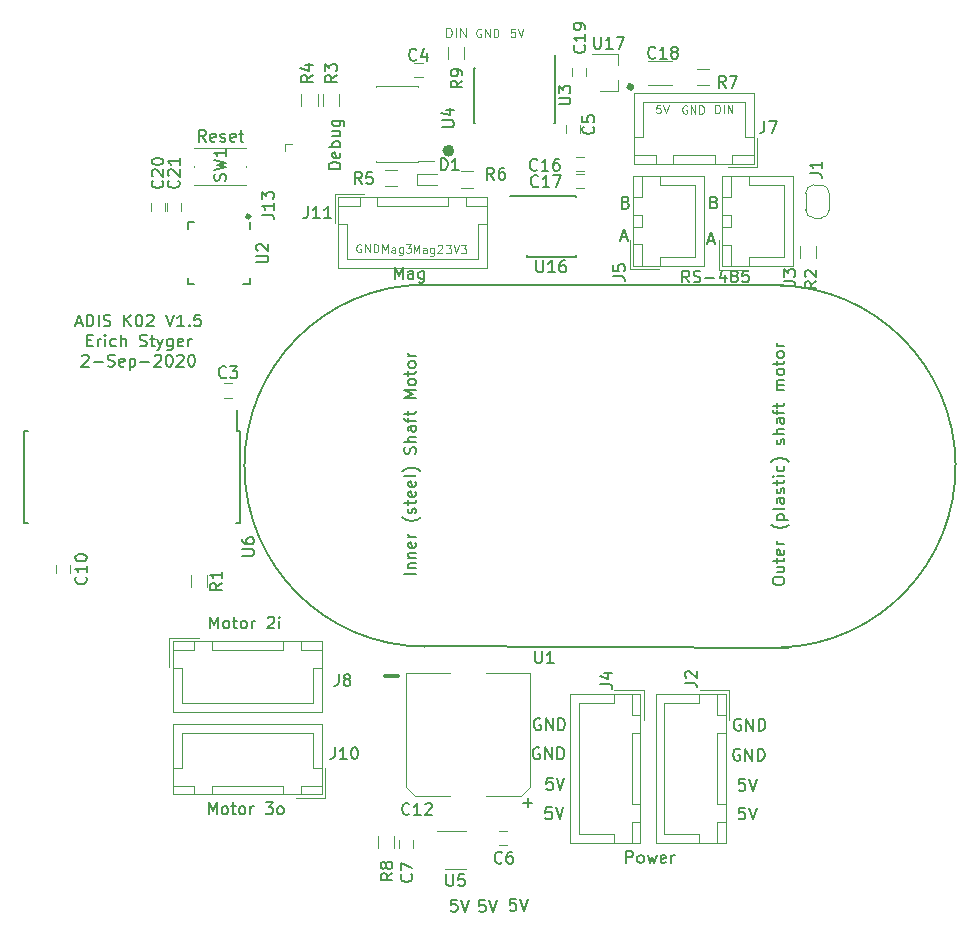
<source format=gbr>
G04 #@! TF.GenerationSoftware,KiCad,Pcbnew,(5.1.5)-3*
G04 #@! TF.CreationDate,2020-09-03T11:23:43+02:00*
G04 #@! TF.ProjectId,StepperClockK02,53746570-7065-4724-936c-6f636b4b3032,v1.5*
G04 #@! TF.SameCoordinates,Original*
G04 #@! TF.FileFunction,Legend,Top*
G04 #@! TF.FilePolarity,Positive*
%FSLAX46Y46*%
G04 Gerber Fmt 4.6, Leading zero omitted, Abs format (unit mm)*
G04 Created by KiCad (PCBNEW (5.1.5)-3) date 2020-09-03 11:23:43*
%MOMM*%
%LPD*%
G04 APERTURE LIST*
%ADD10C,0.500000*%
%ADD11C,0.100000*%
%ADD12C,0.300000*%
%ADD13C,0.150000*%
%ADD14C,0.200000*%
%ADD15C,0.120000*%
G04 APERTURE END LIST*
D10*
X113035800Y-110320740D02*
G75*
G03X113035800Y-110320740I-100000J0D01*
G01*
X97789800Y-115720740D02*
G75*
G03X97789800Y-115720740I-254000J0D01*
G01*
D11*
X90132466Y-123670740D02*
X90065800Y-123637406D01*
X89965800Y-123637406D01*
X89865800Y-123670740D01*
X89799133Y-123737406D01*
X89765800Y-123804073D01*
X89732466Y-123937406D01*
X89732466Y-124037406D01*
X89765800Y-124170740D01*
X89799133Y-124237406D01*
X89865800Y-124304073D01*
X89965800Y-124337406D01*
X90032466Y-124337406D01*
X90132466Y-124304073D01*
X90165800Y-124270740D01*
X90165800Y-124037406D01*
X90032466Y-124037406D01*
X90465800Y-124337406D02*
X90465800Y-123637406D01*
X90865800Y-124337406D01*
X90865800Y-123637406D01*
X91199133Y-124337406D02*
X91199133Y-123637406D01*
X91365800Y-123637406D01*
X91465800Y-123670740D01*
X91532466Y-123737406D01*
X91565800Y-123804073D01*
X91599133Y-123937406D01*
X91599133Y-124037406D01*
X91565800Y-124170740D01*
X91532466Y-124237406D01*
X91465800Y-124304073D01*
X91365800Y-124337406D01*
X91199133Y-124337406D01*
X91935800Y-124357406D02*
X91935800Y-123657406D01*
X92169133Y-124157406D01*
X92402466Y-123657406D01*
X92402466Y-124357406D01*
X93035800Y-124357406D02*
X93035800Y-123990740D01*
X93002466Y-123924073D01*
X92935800Y-123890740D01*
X92802466Y-123890740D01*
X92735800Y-123924073D01*
X93035800Y-124324073D02*
X92969133Y-124357406D01*
X92802466Y-124357406D01*
X92735800Y-124324073D01*
X92702466Y-124257406D01*
X92702466Y-124190740D01*
X92735800Y-124124073D01*
X92802466Y-124090740D01*
X92969133Y-124090740D01*
X93035800Y-124057406D01*
X93669133Y-123890740D02*
X93669133Y-124457406D01*
X93635800Y-124524073D01*
X93602466Y-124557406D01*
X93535800Y-124590740D01*
X93435800Y-124590740D01*
X93369133Y-124557406D01*
X93669133Y-124324073D02*
X93602466Y-124357406D01*
X93469133Y-124357406D01*
X93402466Y-124324073D01*
X93369133Y-124290740D01*
X93335800Y-124224073D01*
X93335800Y-124024073D01*
X93369133Y-123957406D01*
X93402466Y-123924073D01*
X93469133Y-123890740D01*
X93602466Y-123890740D01*
X93669133Y-123924073D01*
X93935800Y-123657406D02*
X94369133Y-123657406D01*
X94135800Y-123924073D01*
X94235800Y-123924073D01*
X94302466Y-123957406D01*
X94335800Y-123990740D01*
X94369133Y-124057406D01*
X94369133Y-124224073D01*
X94335800Y-124290740D01*
X94302466Y-124324073D01*
X94235800Y-124357406D01*
X94035800Y-124357406D01*
X93969133Y-124324073D01*
X93935800Y-124290740D01*
X94585800Y-124397406D02*
X94585800Y-123697406D01*
X94819133Y-124197406D01*
X95052466Y-123697406D01*
X95052466Y-124397406D01*
X95685800Y-124397406D02*
X95685800Y-124030740D01*
X95652466Y-123964073D01*
X95585800Y-123930740D01*
X95452466Y-123930740D01*
X95385800Y-123964073D01*
X95685800Y-124364073D02*
X95619133Y-124397406D01*
X95452466Y-124397406D01*
X95385800Y-124364073D01*
X95352466Y-124297406D01*
X95352466Y-124230740D01*
X95385800Y-124164073D01*
X95452466Y-124130740D01*
X95619133Y-124130740D01*
X95685800Y-124097406D01*
X96319133Y-123930740D02*
X96319133Y-124497406D01*
X96285800Y-124564073D01*
X96252466Y-124597406D01*
X96185800Y-124630740D01*
X96085800Y-124630740D01*
X96019133Y-124597406D01*
X96319133Y-124364073D02*
X96252466Y-124397406D01*
X96119133Y-124397406D01*
X96052466Y-124364073D01*
X96019133Y-124330740D01*
X95985800Y-124264073D01*
X95985800Y-124064073D01*
X96019133Y-123997406D01*
X96052466Y-123964073D01*
X96119133Y-123930740D01*
X96252466Y-123930740D01*
X96319133Y-123964073D01*
X96619133Y-123764073D02*
X96652466Y-123730740D01*
X96719133Y-123697406D01*
X96885800Y-123697406D01*
X96952466Y-123730740D01*
X96985800Y-123764073D01*
X97019133Y-123830740D01*
X97019133Y-123897406D01*
X96985800Y-123997406D01*
X96585800Y-124397406D01*
X97019133Y-124397406D01*
X97349133Y-123717406D02*
X97782466Y-123717406D01*
X97549133Y-123984073D01*
X97649133Y-123984073D01*
X97715800Y-124017406D01*
X97749133Y-124050740D01*
X97782466Y-124117406D01*
X97782466Y-124284073D01*
X97749133Y-124350740D01*
X97715800Y-124384073D01*
X97649133Y-124417406D01*
X97449133Y-124417406D01*
X97382466Y-124384073D01*
X97349133Y-124350740D01*
X97982466Y-123717406D02*
X98215800Y-124417406D01*
X98449133Y-123717406D01*
X98615800Y-123717406D02*
X99049133Y-123717406D01*
X98815800Y-123984073D01*
X98915800Y-123984073D01*
X98982466Y-124017406D01*
X99015800Y-124050740D01*
X99049133Y-124117406D01*
X99049133Y-124284073D01*
X99015800Y-124350740D01*
X98982466Y-124384073D01*
X98915800Y-124417406D01*
X98715800Y-124417406D01*
X98649133Y-124384073D01*
X98615800Y-124350740D01*
D12*
X92144371Y-160177882D02*
X93287228Y-160177882D01*
D11*
X120139133Y-112537406D02*
X120139133Y-111837406D01*
X120305800Y-111837406D01*
X120405800Y-111870740D01*
X120472466Y-111937406D01*
X120505800Y-112004073D01*
X120539133Y-112137406D01*
X120539133Y-112237406D01*
X120505800Y-112370740D01*
X120472466Y-112437406D01*
X120405800Y-112504073D01*
X120305800Y-112537406D01*
X120139133Y-112537406D01*
X120839133Y-112537406D02*
X120839133Y-111837406D01*
X121172466Y-112537406D02*
X121172466Y-111837406D01*
X121572466Y-112537406D01*
X121572466Y-111837406D01*
X117722466Y-111920740D02*
X117655800Y-111887406D01*
X117555800Y-111887406D01*
X117455800Y-111920740D01*
X117389133Y-111987406D01*
X117355800Y-112054073D01*
X117322466Y-112187406D01*
X117322466Y-112287406D01*
X117355800Y-112420740D01*
X117389133Y-112487406D01*
X117455800Y-112554073D01*
X117555800Y-112587406D01*
X117622466Y-112587406D01*
X117722466Y-112554073D01*
X117755800Y-112520740D01*
X117755800Y-112287406D01*
X117622466Y-112287406D01*
X118055800Y-112587406D02*
X118055800Y-111887406D01*
X118455800Y-112587406D01*
X118455800Y-111887406D01*
X118789133Y-112587406D02*
X118789133Y-111887406D01*
X118955800Y-111887406D01*
X119055800Y-111920740D01*
X119122466Y-111987406D01*
X119155800Y-112054073D01*
X119189133Y-112187406D01*
X119189133Y-112287406D01*
X119155800Y-112420740D01*
X119122466Y-112487406D01*
X119055800Y-112554073D01*
X118955800Y-112587406D01*
X118789133Y-112587406D01*
X115492466Y-111837406D02*
X115159133Y-111837406D01*
X115125800Y-112170740D01*
X115159133Y-112137406D01*
X115225800Y-112104073D01*
X115392466Y-112104073D01*
X115459133Y-112137406D01*
X115492466Y-112170740D01*
X115525800Y-112237406D01*
X115525800Y-112404073D01*
X115492466Y-112470740D01*
X115459133Y-112504073D01*
X115392466Y-112537406D01*
X115225800Y-112537406D01*
X115159133Y-112504073D01*
X115125800Y-112470740D01*
X115725800Y-111837406D02*
X115959133Y-112537406D01*
X116192466Y-111837406D01*
D12*
X80717329Y-121280740D02*
G75*
G03X80717329Y-121280740I-131529J0D01*
G01*
D13*
X77242942Y-171903120D02*
X77242942Y-170903120D01*
X77576276Y-171617406D01*
X77909609Y-170903120D01*
X77909609Y-171903120D01*
X78528657Y-171903120D02*
X78433419Y-171855501D01*
X78385800Y-171807882D01*
X78338180Y-171712644D01*
X78338180Y-171426930D01*
X78385800Y-171331692D01*
X78433419Y-171284073D01*
X78528657Y-171236454D01*
X78671514Y-171236454D01*
X78766752Y-171284073D01*
X78814371Y-171331692D01*
X78861990Y-171426930D01*
X78861990Y-171712644D01*
X78814371Y-171807882D01*
X78766752Y-171855501D01*
X78671514Y-171903120D01*
X78528657Y-171903120D01*
X79147704Y-171236454D02*
X79528657Y-171236454D01*
X79290561Y-170903120D02*
X79290561Y-171760263D01*
X79338180Y-171855501D01*
X79433419Y-171903120D01*
X79528657Y-171903120D01*
X80004847Y-171903120D02*
X79909609Y-171855501D01*
X79861990Y-171807882D01*
X79814371Y-171712644D01*
X79814371Y-171426930D01*
X79861990Y-171331692D01*
X79909609Y-171284073D01*
X80004847Y-171236454D01*
X80147704Y-171236454D01*
X80242942Y-171284073D01*
X80290561Y-171331692D01*
X80338180Y-171426930D01*
X80338180Y-171712644D01*
X80290561Y-171807882D01*
X80242942Y-171855501D01*
X80147704Y-171903120D01*
X80004847Y-171903120D01*
X80766752Y-171903120D02*
X80766752Y-171236454D01*
X80766752Y-171426930D02*
X80814371Y-171331692D01*
X80861990Y-171284073D01*
X80957228Y-171236454D01*
X81052466Y-171236454D01*
X82052466Y-170903120D02*
X82671514Y-170903120D01*
X82338180Y-171284073D01*
X82481038Y-171284073D01*
X82576276Y-171331692D01*
X82623895Y-171379311D01*
X82671514Y-171474549D01*
X82671514Y-171712644D01*
X82623895Y-171807882D01*
X82576276Y-171855501D01*
X82481038Y-171903120D01*
X82195323Y-171903120D01*
X82100085Y-171855501D01*
X82052466Y-171807882D01*
X83242942Y-171903120D02*
X83147704Y-171855501D01*
X83100085Y-171807882D01*
X83052466Y-171712644D01*
X83052466Y-171426930D01*
X83100085Y-171331692D01*
X83147704Y-171284073D01*
X83242942Y-171236454D01*
X83385799Y-171236454D01*
X83481038Y-171284073D01*
X83528657Y-171331692D01*
X83576276Y-171426930D01*
X83576276Y-171712644D01*
X83528657Y-171807882D01*
X83481038Y-171855501D01*
X83385799Y-171903120D01*
X83242942Y-171903120D01*
X77367228Y-156163120D02*
X77367228Y-155163120D01*
X77700561Y-155877406D01*
X78033895Y-155163120D01*
X78033895Y-156163120D01*
X78652942Y-156163120D02*
X78557704Y-156115501D01*
X78510085Y-156067882D01*
X78462466Y-155972644D01*
X78462466Y-155686930D01*
X78510085Y-155591692D01*
X78557704Y-155544073D01*
X78652942Y-155496454D01*
X78795800Y-155496454D01*
X78891038Y-155544073D01*
X78938657Y-155591692D01*
X78986276Y-155686930D01*
X78986276Y-155972644D01*
X78938657Y-156067882D01*
X78891038Y-156115501D01*
X78795800Y-156163120D01*
X78652942Y-156163120D01*
X79271990Y-155496454D02*
X79652942Y-155496454D01*
X79414847Y-155163120D02*
X79414847Y-156020263D01*
X79462466Y-156115501D01*
X79557704Y-156163120D01*
X79652942Y-156163120D01*
X80129133Y-156163120D02*
X80033895Y-156115501D01*
X79986276Y-156067882D01*
X79938657Y-155972644D01*
X79938657Y-155686930D01*
X79986276Y-155591692D01*
X80033895Y-155544073D01*
X80129133Y-155496454D01*
X80271990Y-155496454D01*
X80367228Y-155544073D01*
X80414847Y-155591692D01*
X80462466Y-155686930D01*
X80462466Y-155972644D01*
X80414847Y-156067882D01*
X80367228Y-156115501D01*
X80271990Y-156163120D01*
X80129133Y-156163120D01*
X80891038Y-156163120D02*
X80891038Y-155496454D01*
X80891038Y-155686930D02*
X80938657Y-155591692D01*
X80986276Y-155544073D01*
X81081514Y-155496454D01*
X81176752Y-155496454D01*
X82224371Y-155258359D02*
X82271990Y-155210740D01*
X82367228Y-155163120D01*
X82605323Y-155163120D01*
X82700561Y-155210740D01*
X82748180Y-155258359D01*
X82795800Y-155353597D01*
X82795800Y-155448835D01*
X82748180Y-155591692D01*
X82176752Y-156163120D01*
X82795800Y-156163120D01*
X83224371Y-156163120D02*
X83224371Y-155496454D01*
X83224371Y-155163120D02*
X83176752Y-155210740D01*
X83224371Y-155258359D01*
X83271990Y-155210740D01*
X83224371Y-155163120D01*
X83224371Y-155258359D01*
X98265323Y-179143120D02*
X97789133Y-179143120D01*
X97741514Y-179619311D01*
X97789133Y-179571692D01*
X97884371Y-179524073D01*
X98122466Y-179524073D01*
X98217704Y-179571692D01*
X98265323Y-179619311D01*
X98312942Y-179714549D01*
X98312942Y-179952644D01*
X98265323Y-180047882D01*
X98217704Y-180095501D01*
X98122466Y-180143120D01*
X97884371Y-180143120D01*
X97789133Y-180095501D01*
X97741514Y-180047882D01*
X98598657Y-179143120D02*
X98931990Y-180143120D01*
X99265323Y-179143120D01*
X100635323Y-179163120D02*
X100159133Y-179163120D01*
X100111514Y-179639311D01*
X100159133Y-179591692D01*
X100254371Y-179544073D01*
X100492466Y-179544073D01*
X100587704Y-179591692D01*
X100635323Y-179639311D01*
X100682942Y-179734549D01*
X100682942Y-179972644D01*
X100635323Y-180067882D01*
X100587704Y-180115501D01*
X100492466Y-180163120D01*
X100254371Y-180163120D01*
X100159133Y-180115501D01*
X100111514Y-180067882D01*
X100968657Y-179163120D02*
X101301990Y-180163120D01*
X101635323Y-179163120D01*
D11*
X103182466Y-105407406D02*
X102849133Y-105407406D01*
X102815800Y-105740740D01*
X102849133Y-105707406D01*
X102915800Y-105674073D01*
X103082466Y-105674073D01*
X103149133Y-105707406D01*
X103182466Y-105740740D01*
X103215800Y-105807406D01*
X103215800Y-105974073D01*
X103182466Y-106040740D01*
X103149133Y-106074073D01*
X103082466Y-106107406D01*
X102915800Y-106107406D01*
X102849133Y-106074073D01*
X102815800Y-106040740D01*
X103415800Y-105407406D02*
X103649133Y-106107406D01*
X103882466Y-105407406D01*
D13*
X88388180Y-117268359D02*
X87388180Y-117268359D01*
X87388180Y-117030263D01*
X87435800Y-116887406D01*
X87531038Y-116792168D01*
X87626276Y-116744549D01*
X87816752Y-116696930D01*
X87959609Y-116696930D01*
X88150085Y-116744549D01*
X88245323Y-116792168D01*
X88340561Y-116887406D01*
X88388180Y-117030263D01*
X88388180Y-117268359D01*
X88340561Y-115887406D02*
X88388180Y-115982644D01*
X88388180Y-116173120D01*
X88340561Y-116268359D01*
X88245323Y-116315978D01*
X87864371Y-116315978D01*
X87769133Y-116268359D01*
X87721514Y-116173120D01*
X87721514Y-115982644D01*
X87769133Y-115887406D01*
X87864371Y-115839787D01*
X87959609Y-115839787D01*
X88054847Y-116315978D01*
X88388180Y-115411216D02*
X87388180Y-115411216D01*
X87769133Y-115411216D02*
X87721514Y-115315978D01*
X87721514Y-115125501D01*
X87769133Y-115030263D01*
X87816752Y-114982644D01*
X87911990Y-114935025D01*
X88197704Y-114935025D01*
X88292942Y-114982644D01*
X88340561Y-115030263D01*
X88388180Y-115125501D01*
X88388180Y-115315978D01*
X88340561Y-115411216D01*
X87721514Y-114077882D02*
X88388180Y-114077882D01*
X87721514Y-114506454D02*
X88245323Y-114506454D01*
X88340561Y-114458835D01*
X88388180Y-114363597D01*
X88388180Y-114220740D01*
X88340561Y-114125501D01*
X88292942Y-114077882D01*
X87721514Y-113173120D02*
X88531038Y-113173120D01*
X88626276Y-113220740D01*
X88673895Y-113268359D01*
X88721514Y-113363597D01*
X88721514Y-113506454D01*
X88673895Y-113601692D01*
X88340561Y-113173120D02*
X88388180Y-113268359D01*
X88388180Y-113458835D01*
X88340561Y-113554073D01*
X88292942Y-113601692D01*
X88197704Y-113649311D01*
X87911990Y-113649311D01*
X87816752Y-113601692D01*
X87769133Y-113554073D01*
X87721514Y-113458835D01*
X87721514Y-113268359D01*
X87769133Y-113173120D01*
D14*
X66010085Y-130307406D02*
X66486276Y-130307406D01*
X65914847Y-130593120D02*
X66248180Y-129593120D01*
X66581514Y-130593120D01*
X66914847Y-130593120D02*
X66914847Y-129593120D01*
X67152942Y-129593120D01*
X67295800Y-129640740D01*
X67391038Y-129735978D01*
X67438657Y-129831216D01*
X67486276Y-130021692D01*
X67486276Y-130164549D01*
X67438657Y-130355025D01*
X67391038Y-130450263D01*
X67295800Y-130545501D01*
X67152942Y-130593120D01*
X66914847Y-130593120D01*
X67914847Y-130593120D02*
X67914847Y-129593120D01*
X68343419Y-130545501D02*
X68486276Y-130593120D01*
X68724371Y-130593120D01*
X68819609Y-130545501D01*
X68867228Y-130497882D01*
X68914847Y-130402644D01*
X68914847Y-130307406D01*
X68867228Y-130212168D01*
X68819609Y-130164549D01*
X68724371Y-130116930D01*
X68533895Y-130069311D01*
X68438657Y-130021692D01*
X68391038Y-129974073D01*
X68343419Y-129878835D01*
X68343419Y-129783597D01*
X68391038Y-129688359D01*
X68438657Y-129640740D01*
X68533895Y-129593120D01*
X68771990Y-129593120D01*
X68914847Y-129640740D01*
X70105323Y-130593120D02*
X70105323Y-129593120D01*
X70676752Y-130593120D02*
X70248180Y-130021692D01*
X70676752Y-129593120D02*
X70105323Y-130164549D01*
X71295800Y-129593120D02*
X71391038Y-129593120D01*
X71486276Y-129640740D01*
X71533895Y-129688359D01*
X71581514Y-129783597D01*
X71629133Y-129974073D01*
X71629133Y-130212168D01*
X71581514Y-130402644D01*
X71533895Y-130497882D01*
X71486276Y-130545501D01*
X71391038Y-130593120D01*
X71295800Y-130593120D01*
X71200561Y-130545501D01*
X71152942Y-130497882D01*
X71105323Y-130402644D01*
X71057704Y-130212168D01*
X71057704Y-129974073D01*
X71105323Y-129783597D01*
X71152942Y-129688359D01*
X71200561Y-129640740D01*
X71295800Y-129593120D01*
X72010085Y-129688359D02*
X72057704Y-129640740D01*
X72152942Y-129593120D01*
X72391038Y-129593120D01*
X72486276Y-129640740D01*
X72533895Y-129688359D01*
X72581514Y-129783597D01*
X72581514Y-129878835D01*
X72533895Y-130021692D01*
X71962466Y-130593120D01*
X72581514Y-130593120D01*
X73629133Y-129593120D02*
X73962466Y-130593120D01*
X74295800Y-129593120D01*
X75152942Y-130593120D02*
X74581514Y-130593120D01*
X74867228Y-130593120D02*
X74867228Y-129593120D01*
X74771990Y-129735978D01*
X74676752Y-129831216D01*
X74581514Y-129878835D01*
X75581514Y-130497882D02*
X75629133Y-130545501D01*
X75581514Y-130593120D01*
X75533895Y-130545501D01*
X75581514Y-130497882D01*
X75581514Y-130593120D01*
X76533895Y-129593120D02*
X76057704Y-129593120D01*
X76010085Y-130069311D01*
X76057704Y-130021692D01*
X76152942Y-129974073D01*
X76391038Y-129974073D01*
X76486276Y-130021692D01*
X76533895Y-130069311D01*
X76581514Y-130164549D01*
X76581514Y-130402644D01*
X76533895Y-130497882D01*
X76486276Y-130545501D01*
X76391038Y-130593120D01*
X76152942Y-130593120D01*
X76057704Y-130545501D01*
X76010085Y-130497882D01*
X66938657Y-131769311D02*
X67271990Y-131769311D01*
X67414847Y-132293120D02*
X66938657Y-132293120D01*
X66938657Y-131293120D01*
X67414847Y-131293120D01*
X67843419Y-132293120D02*
X67843419Y-131626454D01*
X67843419Y-131816930D02*
X67891038Y-131721692D01*
X67938657Y-131674073D01*
X68033895Y-131626454D01*
X68129133Y-131626454D01*
X68462466Y-132293120D02*
X68462466Y-131626454D01*
X68462466Y-131293120D02*
X68414847Y-131340740D01*
X68462466Y-131388359D01*
X68510085Y-131340740D01*
X68462466Y-131293120D01*
X68462466Y-131388359D01*
X69367228Y-132245501D02*
X69271990Y-132293120D01*
X69081514Y-132293120D01*
X68986276Y-132245501D01*
X68938657Y-132197882D01*
X68891038Y-132102644D01*
X68891038Y-131816930D01*
X68938657Y-131721692D01*
X68986276Y-131674073D01*
X69081514Y-131626454D01*
X69271990Y-131626454D01*
X69367228Y-131674073D01*
X69795800Y-132293120D02*
X69795800Y-131293120D01*
X70224371Y-132293120D02*
X70224371Y-131769311D01*
X70176752Y-131674073D01*
X70081514Y-131626454D01*
X69938657Y-131626454D01*
X69843419Y-131674073D01*
X69795800Y-131721692D01*
X71414847Y-132245501D02*
X71557704Y-132293120D01*
X71795800Y-132293120D01*
X71891038Y-132245501D01*
X71938657Y-132197882D01*
X71986276Y-132102644D01*
X71986276Y-132007406D01*
X71938657Y-131912168D01*
X71891038Y-131864549D01*
X71795800Y-131816930D01*
X71605323Y-131769311D01*
X71510085Y-131721692D01*
X71462466Y-131674073D01*
X71414847Y-131578835D01*
X71414847Y-131483597D01*
X71462466Y-131388359D01*
X71510085Y-131340740D01*
X71605323Y-131293120D01*
X71843419Y-131293120D01*
X71986276Y-131340740D01*
X72271990Y-131626454D02*
X72652942Y-131626454D01*
X72414847Y-131293120D02*
X72414847Y-132150263D01*
X72462466Y-132245501D01*
X72557704Y-132293120D01*
X72652942Y-132293120D01*
X72891038Y-131626454D02*
X73129133Y-132293120D01*
X73367228Y-131626454D02*
X73129133Y-132293120D01*
X73033895Y-132531216D01*
X72986276Y-132578835D01*
X72891038Y-132626454D01*
X74176752Y-131626454D02*
X74176752Y-132435978D01*
X74129133Y-132531216D01*
X74081514Y-132578835D01*
X73986276Y-132626454D01*
X73843419Y-132626454D01*
X73748180Y-132578835D01*
X74176752Y-132245501D02*
X74081514Y-132293120D01*
X73891038Y-132293120D01*
X73795800Y-132245501D01*
X73748180Y-132197882D01*
X73700561Y-132102644D01*
X73700561Y-131816930D01*
X73748180Y-131721692D01*
X73795800Y-131674073D01*
X73891038Y-131626454D01*
X74081514Y-131626454D01*
X74176752Y-131674073D01*
X75033895Y-132245501D02*
X74938657Y-132293120D01*
X74748180Y-132293120D01*
X74652942Y-132245501D01*
X74605323Y-132150263D01*
X74605323Y-131769311D01*
X74652942Y-131674073D01*
X74748180Y-131626454D01*
X74938657Y-131626454D01*
X75033895Y-131674073D01*
X75081514Y-131769311D01*
X75081514Y-131864549D01*
X74605323Y-131959787D01*
X75510085Y-132293120D02*
X75510085Y-131626454D01*
X75510085Y-131816930D02*
X75557704Y-131721692D01*
X75605323Y-131674073D01*
X75700561Y-131626454D01*
X75795800Y-131626454D01*
X66510085Y-133088359D02*
X66557704Y-133040740D01*
X66652942Y-132993120D01*
X66891038Y-132993120D01*
X66986276Y-133040740D01*
X67033895Y-133088359D01*
X67081514Y-133183597D01*
X67081514Y-133278835D01*
X67033895Y-133421692D01*
X66462466Y-133993120D01*
X67081514Y-133993120D01*
X67510085Y-133612168D02*
X68271990Y-133612168D01*
X68700561Y-133945501D02*
X68843419Y-133993120D01*
X69081514Y-133993120D01*
X69176752Y-133945501D01*
X69224371Y-133897882D01*
X69271990Y-133802644D01*
X69271990Y-133707406D01*
X69224371Y-133612168D01*
X69176752Y-133564549D01*
X69081514Y-133516930D01*
X68891038Y-133469311D01*
X68795800Y-133421692D01*
X68748180Y-133374073D01*
X68700561Y-133278835D01*
X68700561Y-133183597D01*
X68748180Y-133088359D01*
X68795800Y-133040740D01*
X68891038Y-132993120D01*
X69129133Y-132993120D01*
X69271990Y-133040740D01*
X70081514Y-133945501D02*
X69986276Y-133993120D01*
X69795800Y-133993120D01*
X69700561Y-133945501D01*
X69652942Y-133850263D01*
X69652942Y-133469311D01*
X69700561Y-133374073D01*
X69795800Y-133326454D01*
X69986276Y-133326454D01*
X70081514Y-133374073D01*
X70129133Y-133469311D01*
X70129133Y-133564549D01*
X69652942Y-133659787D01*
X70557704Y-133326454D02*
X70557704Y-134326454D01*
X70557704Y-133374073D02*
X70652942Y-133326454D01*
X70843419Y-133326454D01*
X70938657Y-133374073D01*
X70986276Y-133421692D01*
X71033895Y-133516930D01*
X71033895Y-133802644D01*
X70986276Y-133897882D01*
X70938657Y-133945501D01*
X70843419Y-133993120D01*
X70652942Y-133993120D01*
X70557704Y-133945501D01*
X71462466Y-133612168D02*
X72224371Y-133612168D01*
X72652942Y-133088359D02*
X72700561Y-133040740D01*
X72795800Y-132993120D01*
X73033895Y-132993120D01*
X73129133Y-133040740D01*
X73176752Y-133088359D01*
X73224371Y-133183597D01*
X73224371Y-133278835D01*
X73176752Y-133421692D01*
X72605323Y-133993120D01*
X73224371Y-133993120D01*
X73843419Y-132993120D02*
X73938657Y-132993120D01*
X74033895Y-133040740D01*
X74081514Y-133088359D01*
X74129133Y-133183597D01*
X74176752Y-133374073D01*
X74176752Y-133612168D01*
X74129133Y-133802644D01*
X74081514Y-133897882D01*
X74033895Y-133945501D01*
X73938657Y-133993120D01*
X73843419Y-133993120D01*
X73748180Y-133945501D01*
X73700561Y-133897882D01*
X73652942Y-133802644D01*
X73605323Y-133612168D01*
X73605323Y-133374073D01*
X73652942Y-133183597D01*
X73700561Y-133088359D01*
X73748180Y-133040740D01*
X73843419Y-132993120D01*
X74557704Y-133088359D02*
X74605323Y-133040740D01*
X74700561Y-132993120D01*
X74938657Y-132993120D01*
X75033895Y-133040740D01*
X75081514Y-133088359D01*
X75129133Y-133183597D01*
X75129133Y-133278835D01*
X75081514Y-133421692D01*
X74510085Y-133993120D01*
X75129133Y-133993120D01*
X75748180Y-132993120D02*
X75843419Y-132993120D01*
X75938657Y-133040740D01*
X75986276Y-133088359D01*
X76033895Y-133183597D01*
X76081514Y-133374073D01*
X76081514Y-133612168D01*
X76033895Y-133802644D01*
X75986276Y-133897882D01*
X75938657Y-133945501D01*
X75843419Y-133993120D01*
X75748180Y-133993120D01*
X75652942Y-133945501D01*
X75605323Y-133897882D01*
X75557704Y-133802644D01*
X75510085Y-133612168D01*
X75510085Y-133374073D01*
X75557704Y-133183597D01*
X75605323Y-133088359D01*
X75652942Y-133040740D01*
X75748180Y-132993120D01*
D11*
X97366752Y-106102644D02*
X97366752Y-105302644D01*
X97557228Y-105302644D01*
X97671514Y-105340740D01*
X97747704Y-105416930D01*
X97785800Y-105493120D01*
X97823895Y-105645501D01*
X97823895Y-105759787D01*
X97785800Y-105912168D01*
X97747704Y-105988359D01*
X97671514Y-106064549D01*
X97557228Y-106102644D01*
X97366752Y-106102644D01*
X98166752Y-106102644D02*
X98166752Y-105302644D01*
X98547704Y-106102644D02*
X98547704Y-105302644D01*
X99004847Y-106102644D01*
X99004847Y-105302644D01*
X100302466Y-105440740D02*
X100235800Y-105407406D01*
X100135800Y-105407406D01*
X100035800Y-105440740D01*
X99969133Y-105507406D01*
X99935800Y-105574073D01*
X99902466Y-105707406D01*
X99902466Y-105807406D01*
X99935800Y-105940740D01*
X99969133Y-106007406D01*
X100035800Y-106074073D01*
X100135800Y-106107406D01*
X100202466Y-106107406D01*
X100302466Y-106074073D01*
X100335800Y-106040740D01*
X100335800Y-105807406D01*
X100202466Y-105807406D01*
X100635800Y-106107406D02*
X100635800Y-105407406D01*
X101035800Y-106107406D01*
X101035800Y-105407406D01*
X101369133Y-106107406D02*
X101369133Y-105407406D01*
X101535800Y-105407406D01*
X101635800Y-105440740D01*
X101702466Y-105507406D01*
X101735800Y-105574073D01*
X101769133Y-105707406D01*
X101769133Y-105807406D01*
X101735800Y-105940740D01*
X101702466Y-106007406D01*
X101635800Y-106074073D01*
X101535800Y-106107406D01*
X101369133Y-106107406D01*
D13*
X103245323Y-179073120D02*
X102769133Y-179073120D01*
X102721514Y-179549311D01*
X102769133Y-179501692D01*
X102864371Y-179454073D01*
X103102466Y-179454073D01*
X103197704Y-179501692D01*
X103245323Y-179549311D01*
X103292942Y-179644549D01*
X103292942Y-179882644D01*
X103245323Y-179977882D01*
X103197704Y-180025501D01*
X103102466Y-180073120D01*
X102864371Y-180073120D01*
X102769133Y-180025501D01*
X102721514Y-179977882D01*
X103578657Y-179073120D02*
X103911990Y-180073120D01*
X104245323Y-179073120D01*
D14*
X112589609Y-176023120D02*
X112589609Y-175023120D01*
X112970561Y-175023120D01*
X113065800Y-175070740D01*
X113113419Y-175118359D01*
X113161038Y-175213597D01*
X113161038Y-175356454D01*
X113113419Y-175451692D01*
X113065800Y-175499311D01*
X112970561Y-175546930D01*
X112589609Y-175546930D01*
X113732466Y-176023120D02*
X113637228Y-175975501D01*
X113589609Y-175927882D01*
X113541990Y-175832644D01*
X113541990Y-175546930D01*
X113589609Y-175451692D01*
X113637228Y-175404073D01*
X113732466Y-175356454D01*
X113875323Y-175356454D01*
X113970561Y-175404073D01*
X114018180Y-175451692D01*
X114065800Y-175546930D01*
X114065800Y-175832644D01*
X114018180Y-175927882D01*
X113970561Y-175975501D01*
X113875323Y-176023120D01*
X113732466Y-176023120D01*
X114399133Y-175356454D02*
X114589609Y-176023120D01*
X114780085Y-175546930D01*
X114970561Y-176023120D01*
X115161038Y-175356454D01*
X115922942Y-175975501D02*
X115827704Y-176023120D01*
X115637228Y-176023120D01*
X115541990Y-175975501D01*
X115494371Y-175880263D01*
X115494371Y-175499311D01*
X115541990Y-175404073D01*
X115637228Y-175356454D01*
X115827704Y-175356454D01*
X115922942Y-175404073D01*
X115970561Y-175499311D01*
X115970561Y-175594549D01*
X115494371Y-175689787D01*
X116399133Y-176023120D02*
X116399133Y-175356454D01*
X116399133Y-175546930D02*
X116446752Y-175451692D01*
X116494371Y-175404073D01*
X116589609Y-175356454D01*
X116684847Y-175356454D01*
X117921514Y-126873120D02*
X117588180Y-126396930D01*
X117350085Y-126873120D02*
X117350085Y-125873120D01*
X117731038Y-125873120D01*
X117826276Y-125920740D01*
X117873895Y-125968359D01*
X117921514Y-126063597D01*
X117921514Y-126206454D01*
X117873895Y-126301692D01*
X117826276Y-126349311D01*
X117731038Y-126396930D01*
X117350085Y-126396930D01*
X118302466Y-126825501D02*
X118445323Y-126873120D01*
X118683419Y-126873120D01*
X118778657Y-126825501D01*
X118826276Y-126777882D01*
X118873895Y-126682644D01*
X118873895Y-126587406D01*
X118826276Y-126492168D01*
X118778657Y-126444549D01*
X118683419Y-126396930D01*
X118492942Y-126349311D01*
X118397704Y-126301692D01*
X118350085Y-126254073D01*
X118302466Y-126158835D01*
X118302466Y-126063597D01*
X118350085Y-125968359D01*
X118397704Y-125920740D01*
X118492942Y-125873120D01*
X118731038Y-125873120D01*
X118873895Y-125920740D01*
X119302466Y-126492168D02*
X120064371Y-126492168D01*
X120969133Y-126206454D02*
X120969133Y-126873120D01*
X120731038Y-125825501D02*
X120492942Y-126539787D01*
X121111990Y-126539787D01*
X121635800Y-126301692D02*
X121540561Y-126254073D01*
X121492942Y-126206454D01*
X121445323Y-126111216D01*
X121445323Y-126063597D01*
X121492942Y-125968359D01*
X121540561Y-125920740D01*
X121635800Y-125873120D01*
X121826276Y-125873120D01*
X121921514Y-125920740D01*
X121969133Y-125968359D01*
X122016752Y-126063597D01*
X122016752Y-126111216D01*
X121969133Y-126206454D01*
X121921514Y-126254073D01*
X121826276Y-126301692D01*
X121635800Y-126301692D01*
X121540561Y-126349311D01*
X121492942Y-126396930D01*
X121445323Y-126492168D01*
X121445323Y-126682644D01*
X121492942Y-126777882D01*
X121540561Y-126825501D01*
X121635800Y-126873120D01*
X121826276Y-126873120D01*
X121921514Y-126825501D01*
X121969133Y-126777882D01*
X122016752Y-126682644D01*
X122016752Y-126492168D01*
X121969133Y-126396930D01*
X121921514Y-126349311D01*
X121826276Y-126301692D01*
X122921514Y-125873120D02*
X122445323Y-125873120D01*
X122397704Y-126349311D01*
X122445323Y-126301692D01*
X122540561Y-126254073D01*
X122778657Y-126254073D01*
X122873895Y-126301692D01*
X122921514Y-126349311D01*
X122969133Y-126444549D01*
X122969133Y-126682644D01*
X122921514Y-126777882D01*
X122873895Y-126825501D01*
X122778657Y-126873120D01*
X122540561Y-126873120D01*
X122445323Y-126825501D01*
X122397704Y-126777882D01*
X112167704Y-123057406D02*
X112643895Y-123057406D01*
X112072466Y-123343120D02*
X112405800Y-122343120D01*
X112739133Y-123343120D01*
X112557228Y-120099311D02*
X112700085Y-120146930D01*
X112747704Y-120194549D01*
X112795323Y-120289787D01*
X112795323Y-120432644D01*
X112747704Y-120527882D01*
X112700085Y-120575501D01*
X112604847Y-120623120D01*
X112223895Y-120623120D01*
X112223895Y-119623120D01*
X112557228Y-119623120D01*
X112652466Y-119670740D01*
X112700085Y-119718359D01*
X112747704Y-119813597D01*
X112747704Y-119908835D01*
X112700085Y-120004073D01*
X112652466Y-120051692D01*
X112557228Y-120099311D01*
X112223895Y-120099311D01*
X120047228Y-120079311D02*
X120190085Y-120126930D01*
X120237704Y-120174549D01*
X120285323Y-120269787D01*
X120285323Y-120412644D01*
X120237704Y-120507882D01*
X120190085Y-120555501D01*
X120094847Y-120603120D01*
X119713895Y-120603120D01*
X119713895Y-119603120D01*
X120047228Y-119603120D01*
X120142466Y-119650740D01*
X120190085Y-119698359D01*
X120237704Y-119793597D01*
X120237704Y-119888835D01*
X120190085Y-119984073D01*
X120142466Y-120031692D01*
X120047228Y-120079311D01*
X119713895Y-120079311D01*
X119497704Y-123357406D02*
X119973895Y-123357406D01*
X119402466Y-123643120D02*
X119735800Y-122643120D01*
X120069133Y-123643120D01*
X76993704Y-114947120D02*
X76660371Y-114470930D01*
X76422276Y-114947120D02*
X76422276Y-113947120D01*
X76803228Y-113947120D01*
X76898466Y-113994740D01*
X76946085Y-114042359D01*
X76993704Y-114137597D01*
X76993704Y-114280454D01*
X76946085Y-114375692D01*
X76898466Y-114423311D01*
X76803228Y-114470930D01*
X76422276Y-114470930D01*
X77803228Y-114899501D02*
X77707990Y-114947120D01*
X77517514Y-114947120D01*
X77422276Y-114899501D01*
X77374657Y-114804263D01*
X77374657Y-114423311D01*
X77422276Y-114328073D01*
X77517514Y-114280454D01*
X77707990Y-114280454D01*
X77803228Y-114328073D01*
X77850847Y-114423311D01*
X77850847Y-114518549D01*
X77374657Y-114613787D01*
X78231800Y-114899501D02*
X78327038Y-114947120D01*
X78517514Y-114947120D01*
X78612752Y-114899501D01*
X78660371Y-114804263D01*
X78660371Y-114756644D01*
X78612752Y-114661406D01*
X78517514Y-114613787D01*
X78374657Y-114613787D01*
X78279419Y-114566168D01*
X78231800Y-114470930D01*
X78231800Y-114423311D01*
X78279419Y-114328073D01*
X78374657Y-114280454D01*
X78517514Y-114280454D01*
X78612752Y-114328073D01*
X79469895Y-114899501D02*
X79374657Y-114947120D01*
X79184180Y-114947120D01*
X79088942Y-114899501D01*
X79041323Y-114804263D01*
X79041323Y-114423311D01*
X79088942Y-114328073D01*
X79184180Y-114280454D01*
X79374657Y-114280454D01*
X79469895Y-114328073D01*
X79517514Y-114423311D01*
X79517514Y-114518549D01*
X79041323Y-114613787D01*
X79803228Y-114280454D02*
X80184180Y-114280454D01*
X79946085Y-113947120D02*
X79946085Y-114804263D01*
X79993704Y-114899501D01*
X80088942Y-114947120D01*
X80184180Y-114947120D01*
X105243895Y-166290740D02*
X105148657Y-166243120D01*
X105005800Y-166243120D01*
X104862942Y-166290740D01*
X104767704Y-166385978D01*
X104720085Y-166481216D01*
X104672466Y-166671692D01*
X104672466Y-166814549D01*
X104720085Y-167005025D01*
X104767704Y-167100263D01*
X104862942Y-167195501D01*
X105005800Y-167243120D01*
X105101038Y-167243120D01*
X105243895Y-167195501D01*
X105291514Y-167147882D01*
X105291514Y-166814549D01*
X105101038Y-166814549D01*
X105720085Y-167243120D02*
X105720085Y-166243120D01*
X106291514Y-167243120D01*
X106291514Y-166243120D01*
X106767704Y-167243120D02*
X106767704Y-166243120D01*
X107005800Y-166243120D01*
X107148657Y-166290740D01*
X107243895Y-166385978D01*
X107291514Y-166481216D01*
X107339133Y-166671692D01*
X107339133Y-166814549D01*
X107291514Y-167005025D01*
X107243895Y-167100263D01*
X107148657Y-167195501D01*
X107005800Y-167243120D01*
X106767704Y-167243120D01*
X105313895Y-163820740D02*
X105218657Y-163773120D01*
X105075800Y-163773120D01*
X104932942Y-163820740D01*
X104837704Y-163915978D01*
X104790085Y-164011216D01*
X104742466Y-164201692D01*
X104742466Y-164344549D01*
X104790085Y-164535025D01*
X104837704Y-164630263D01*
X104932942Y-164725501D01*
X105075800Y-164773120D01*
X105171038Y-164773120D01*
X105313895Y-164725501D01*
X105361514Y-164677882D01*
X105361514Y-164344549D01*
X105171038Y-164344549D01*
X105790085Y-164773120D02*
X105790085Y-163773120D01*
X106361514Y-164773120D01*
X106361514Y-163773120D01*
X106837704Y-164773120D02*
X106837704Y-163773120D01*
X107075800Y-163773120D01*
X107218657Y-163820740D01*
X107313895Y-163915978D01*
X107361514Y-164011216D01*
X107409133Y-164201692D01*
X107409133Y-164344549D01*
X107361514Y-164535025D01*
X107313895Y-164630263D01*
X107218657Y-164725501D01*
X107075800Y-164773120D01*
X106837704Y-164773120D01*
X122273895Y-163860740D02*
X122178657Y-163813120D01*
X122035800Y-163813120D01*
X121892942Y-163860740D01*
X121797704Y-163955978D01*
X121750085Y-164051216D01*
X121702466Y-164241692D01*
X121702466Y-164384549D01*
X121750085Y-164575025D01*
X121797704Y-164670263D01*
X121892942Y-164765501D01*
X122035800Y-164813120D01*
X122131038Y-164813120D01*
X122273895Y-164765501D01*
X122321514Y-164717882D01*
X122321514Y-164384549D01*
X122131038Y-164384549D01*
X122750085Y-164813120D02*
X122750085Y-163813120D01*
X123321514Y-164813120D01*
X123321514Y-163813120D01*
X123797704Y-164813120D02*
X123797704Y-163813120D01*
X124035800Y-163813120D01*
X124178657Y-163860740D01*
X124273895Y-163955978D01*
X124321514Y-164051216D01*
X124369133Y-164241692D01*
X124369133Y-164384549D01*
X124321514Y-164575025D01*
X124273895Y-164670263D01*
X124178657Y-164765501D01*
X124035800Y-164813120D01*
X123797704Y-164813120D01*
X122203895Y-166400740D02*
X122108657Y-166353120D01*
X121965800Y-166353120D01*
X121822942Y-166400740D01*
X121727704Y-166495978D01*
X121680085Y-166591216D01*
X121632466Y-166781692D01*
X121632466Y-166924549D01*
X121680085Y-167115025D01*
X121727704Y-167210263D01*
X121822942Y-167305501D01*
X121965800Y-167353120D01*
X122061038Y-167353120D01*
X122203895Y-167305501D01*
X122251514Y-167257882D01*
X122251514Y-166924549D01*
X122061038Y-166924549D01*
X122680085Y-167353120D02*
X122680085Y-166353120D01*
X123251514Y-167353120D01*
X123251514Y-166353120D01*
X123727704Y-167353120D02*
X123727704Y-166353120D01*
X123965800Y-166353120D01*
X124108657Y-166400740D01*
X124203895Y-166495978D01*
X124251514Y-166591216D01*
X124299133Y-166781692D01*
X124299133Y-166924549D01*
X124251514Y-167115025D01*
X124203895Y-167210263D01*
X124108657Y-167305501D01*
X123965800Y-167353120D01*
X123727704Y-167353120D01*
X122625323Y-168903120D02*
X122149133Y-168903120D01*
X122101514Y-169379311D01*
X122149133Y-169331692D01*
X122244371Y-169284073D01*
X122482466Y-169284073D01*
X122577704Y-169331692D01*
X122625323Y-169379311D01*
X122672942Y-169474549D01*
X122672942Y-169712644D01*
X122625323Y-169807882D01*
X122577704Y-169855501D01*
X122482466Y-169903120D01*
X122244371Y-169903120D01*
X122149133Y-169855501D01*
X122101514Y-169807882D01*
X122958657Y-168903120D02*
X123291990Y-169903120D01*
X123625323Y-168903120D01*
X106355323Y-168823120D02*
X105879133Y-168823120D01*
X105831514Y-169299311D01*
X105879133Y-169251692D01*
X105974371Y-169204073D01*
X106212466Y-169204073D01*
X106307704Y-169251692D01*
X106355323Y-169299311D01*
X106402942Y-169394549D01*
X106402942Y-169632644D01*
X106355323Y-169727882D01*
X106307704Y-169775501D01*
X106212466Y-169823120D01*
X105974371Y-169823120D01*
X105879133Y-169775501D01*
X105831514Y-169727882D01*
X106688657Y-168823120D02*
X107021990Y-169823120D01*
X107355323Y-168823120D01*
X122635323Y-171333120D02*
X122159133Y-171333120D01*
X122111514Y-171809311D01*
X122159133Y-171761692D01*
X122254371Y-171714073D01*
X122492466Y-171714073D01*
X122587704Y-171761692D01*
X122635323Y-171809311D01*
X122682942Y-171904549D01*
X122682942Y-172142644D01*
X122635323Y-172237882D01*
X122587704Y-172285501D01*
X122492466Y-172333120D01*
X122254371Y-172333120D01*
X122159133Y-172285501D01*
X122111514Y-172237882D01*
X122968657Y-171333120D02*
X123301990Y-172333120D01*
X123635323Y-171333120D01*
X106275323Y-171313120D02*
X105799133Y-171313120D01*
X105751514Y-171789311D01*
X105799133Y-171741692D01*
X105894371Y-171694073D01*
X106132466Y-171694073D01*
X106227704Y-171741692D01*
X106275323Y-171789311D01*
X106322942Y-171884549D01*
X106322942Y-172122644D01*
X106275323Y-172217882D01*
X106227704Y-172265501D01*
X106132466Y-172313120D01*
X105894371Y-172313120D01*
X105799133Y-172265501D01*
X105751514Y-172217882D01*
X106608657Y-171313120D02*
X106941990Y-172313120D01*
X107275323Y-171313120D01*
X92997704Y-126573120D02*
X92997704Y-125573120D01*
X93331038Y-126287406D01*
X93664371Y-125573120D01*
X93664371Y-126573120D01*
X94569133Y-126573120D02*
X94569133Y-126049311D01*
X94521514Y-125954073D01*
X94426276Y-125906454D01*
X94235800Y-125906454D01*
X94140561Y-125954073D01*
X94569133Y-126525501D02*
X94473895Y-126573120D01*
X94235800Y-126573120D01*
X94140561Y-126525501D01*
X94092942Y-126430263D01*
X94092942Y-126335025D01*
X94140561Y-126239787D01*
X94235800Y-126192168D01*
X94473895Y-126192168D01*
X94569133Y-126144549D01*
X95473895Y-125906454D02*
X95473895Y-126715978D01*
X95426276Y-126811216D01*
X95378657Y-126858835D01*
X95283419Y-126906454D01*
X95140561Y-126906454D01*
X95045323Y-126858835D01*
X95473895Y-126525501D02*
X95378657Y-126573120D01*
X95188180Y-126573120D01*
X95092942Y-126525501D01*
X95045323Y-126477882D01*
X94997704Y-126382644D01*
X94997704Y-126096930D01*
X95045323Y-126001692D01*
X95092942Y-125954073D01*
X95188180Y-125906454D01*
X95378657Y-125906454D01*
X95473895Y-125954073D01*
D15*
X83695800Y-115135740D02*
X84330800Y-115135740D01*
X83695800Y-115770740D02*
X83695800Y-115135740D01*
X91420800Y-110290740D02*
X91420800Y-110225740D01*
X94950800Y-110290740D02*
X94950800Y-110225740D01*
X91420800Y-116695740D02*
X91420800Y-116630740D01*
X94950800Y-116695740D02*
X94950800Y-116630740D01*
X96275800Y-116630740D02*
X94950800Y-116630740D01*
X94950800Y-110225740D02*
X91420800Y-110225740D01*
X94950800Y-116695740D02*
X91420800Y-116695740D01*
D13*
X106565800Y-113365740D02*
X106465800Y-113365740D01*
X99740800Y-113365740D02*
X99765800Y-113365740D01*
X99740800Y-108715740D02*
X99765800Y-108715740D01*
X106565800Y-107640740D02*
X106565800Y-113365740D01*
X99740800Y-108715740D02*
X99740800Y-113365740D01*
D15*
X116445800Y-108100740D02*
X114445800Y-108100740D01*
X114445800Y-110140740D02*
X116445800Y-110140740D01*
X123375800Y-116820740D02*
X123375800Y-110870740D01*
X123375800Y-110870740D02*
X113275800Y-110870740D01*
X113275800Y-110870740D02*
X113275800Y-116820740D01*
X113275800Y-116820740D02*
X123375800Y-116820740D01*
X120075800Y-116820740D02*
X120075800Y-116070740D01*
X120075800Y-116070740D02*
X116575800Y-116070740D01*
X116575800Y-116070740D02*
X116575800Y-116820740D01*
X116575800Y-116820740D02*
X120075800Y-116820740D01*
X123375800Y-116820740D02*
X123375800Y-116070740D01*
X123375800Y-116070740D02*
X121575800Y-116070740D01*
X121575800Y-116070740D02*
X121575800Y-116820740D01*
X121575800Y-116820740D02*
X123375800Y-116820740D01*
X115075800Y-116820740D02*
X115075800Y-116070740D01*
X115075800Y-116070740D02*
X113275800Y-116070740D01*
X113275800Y-116070740D02*
X113275800Y-116820740D01*
X113275800Y-116820740D02*
X115075800Y-116820740D01*
X123375800Y-114570740D02*
X122625800Y-114570740D01*
X122625800Y-114570740D02*
X122625800Y-111620740D01*
X122625800Y-111620740D02*
X118325800Y-111620740D01*
X113275800Y-114570740D02*
X114025800Y-114570740D01*
X114025800Y-114570740D02*
X114025800Y-111620740D01*
X114025800Y-111620740D02*
X118325800Y-111620740D01*
X121175800Y-117120740D02*
X123675800Y-117120740D01*
X123675800Y-117120740D02*
X123675800Y-114620740D01*
X102525800Y-174510740D02*
X101825800Y-174510740D01*
X101825800Y-173310740D02*
X102525800Y-173310740D01*
X93375800Y-174740740D02*
X93375800Y-174040740D01*
X94575800Y-174040740D02*
X94575800Y-174740740D01*
D13*
X79870800Y-139485740D02*
X79620800Y-139485740D01*
X79870800Y-147235740D02*
X79525800Y-147235740D01*
X61620800Y-147235740D02*
X61965800Y-147235740D01*
X61620800Y-139485740D02*
X61965800Y-139485740D01*
X79870800Y-139485740D02*
X79870800Y-147235740D01*
X61620800Y-139485740D02*
X61620800Y-147235740D01*
X79620800Y-139485740D02*
X79620800Y-137660740D01*
D15*
X97205800Y-176500740D02*
X99005800Y-176500740D01*
X99005800Y-173280740D02*
X96555800Y-173280740D01*
X97515800Y-107940740D02*
X97515800Y-106940740D01*
X98875800Y-106940740D02*
X98875800Y-107940740D01*
X92965800Y-173740740D02*
X92965800Y-174740740D01*
X91605800Y-174740740D02*
X91605800Y-173740740D01*
X86815800Y-170220740D02*
X86815800Y-164270740D01*
X86815800Y-164270740D02*
X74215800Y-164270740D01*
X74215800Y-164270740D02*
X74215800Y-170220740D01*
X74215800Y-170220740D02*
X86815800Y-170220740D01*
X83515800Y-170220740D02*
X83515800Y-169470740D01*
X83515800Y-169470740D02*
X77515800Y-169470740D01*
X77515800Y-169470740D02*
X77515800Y-170220740D01*
X77515800Y-170220740D02*
X83515800Y-170220740D01*
X86815800Y-170220740D02*
X86815800Y-169470740D01*
X86815800Y-169470740D02*
X85015800Y-169470740D01*
X85015800Y-169470740D02*
X85015800Y-170220740D01*
X85015800Y-170220740D02*
X86815800Y-170220740D01*
X76015800Y-170220740D02*
X76015800Y-169470740D01*
X76015800Y-169470740D02*
X74215800Y-169470740D01*
X74215800Y-169470740D02*
X74215800Y-170220740D01*
X74215800Y-170220740D02*
X76015800Y-170220740D01*
X86815800Y-167970740D02*
X86065800Y-167970740D01*
X86065800Y-167970740D02*
X86065800Y-165020740D01*
X86065800Y-165020740D02*
X80515800Y-165020740D01*
X74215800Y-167970740D02*
X74965800Y-167970740D01*
X74965800Y-167970740D02*
X74965800Y-165020740D01*
X74965800Y-165020740D02*
X80515800Y-165020740D01*
X84615800Y-170520740D02*
X87115800Y-170520740D01*
X87115800Y-170520740D02*
X87115800Y-168020740D01*
X88225800Y-119680740D02*
X88225800Y-125630740D01*
X88225800Y-125630740D02*
X100825800Y-125630740D01*
X100825800Y-125630740D02*
X100825800Y-119680740D01*
X100825800Y-119680740D02*
X88225800Y-119680740D01*
X91525800Y-119680740D02*
X91525800Y-120430740D01*
X91525800Y-120430740D02*
X97525800Y-120430740D01*
X97525800Y-120430740D02*
X97525800Y-119680740D01*
X97525800Y-119680740D02*
X91525800Y-119680740D01*
X88225800Y-119680740D02*
X88225800Y-120430740D01*
X88225800Y-120430740D02*
X90025800Y-120430740D01*
X90025800Y-120430740D02*
X90025800Y-119680740D01*
X90025800Y-119680740D02*
X88225800Y-119680740D01*
X99025800Y-119680740D02*
X99025800Y-120430740D01*
X99025800Y-120430740D02*
X100825800Y-120430740D01*
X100825800Y-120430740D02*
X100825800Y-119680740D01*
X100825800Y-119680740D02*
X99025800Y-119680740D01*
X88225800Y-121930740D02*
X88975800Y-121930740D01*
X88975800Y-121930740D02*
X88975800Y-124880740D01*
X88975800Y-124880740D02*
X94525800Y-124880740D01*
X100825800Y-121930740D02*
X100075800Y-121930740D01*
X100075800Y-121930740D02*
X100075800Y-124880740D01*
X100075800Y-124880740D02*
X94525800Y-124880740D01*
X90425800Y-119380740D02*
X87925800Y-119380740D01*
X87925800Y-119380740D02*
X87925800Y-121880740D01*
X74215800Y-157270740D02*
X74215800Y-163220740D01*
X74215800Y-163220740D02*
X86815800Y-163220740D01*
X86815800Y-163220740D02*
X86815800Y-157270740D01*
X86815800Y-157270740D02*
X74215800Y-157270740D01*
X77515800Y-157270740D02*
X77515800Y-158020740D01*
X77515800Y-158020740D02*
X83515800Y-158020740D01*
X83515800Y-158020740D02*
X83515800Y-157270740D01*
X83515800Y-157270740D02*
X77515800Y-157270740D01*
X74215800Y-157270740D02*
X74215800Y-158020740D01*
X74215800Y-158020740D02*
X76015800Y-158020740D01*
X76015800Y-158020740D02*
X76015800Y-157270740D01*
X76015800Y-157270740D02*
X74215800Y-157270740D01*
X85015800Y-157270740D02*
X85015800Y-158020740D01*
X85015800Y-158020740D02*
X86815800Y-158020740D01*
X86815800Y-158020740D02*
X86815800Y-157270740D01*
X86815800Y-157270740D02*
X85015800Y-157270740D01*
X74215800Y-159520740D02*
X74965800Y-159520740D01*
X74965800Y-159520740D02*
X74965800Y-162470740D01*
X74965800Y-162470740D02*
X80515800Y-162470740D01*
X86815800Y-159520740D02*
X86065800Y-159520740D01*
X86065800Y-159520740D02*
X86065800Y-162470740D01*
X86065800Y-162470740D02*
X80515800Y-162470740D01*
X76415800Y-156970740D02*
X73915800Y-156970740D01*
X73915800Y-156970740D02*
X73915800Y-159470740D01*
X94745800Y-170370740D02*
X97635800Y-170370740D01*
X103645800Y-170370740D02*
X100755800Y-170370740D01*
X104405800Y-159950740D02*
X100755800Y-159950740D01*
X93985800Y-159950740D02*
X97635800Y-159950740D01*
X104405800Y-159950740D02*
X104405800Y-169610740D01*
X104405800Y-169610740D02*
X103645800Y-170370740D01*
X94745800Y-170370740D02*
X93985800Y-169610740D01*
X93985800Y-169610740D02*
X93985800Y-159950740D01*
X118575800Y-108780740D02*
X119575800Y-108780740D01*
X119575800Y-110140740D02*
X118575800Y-110140740D01*
X113185800Y-125440740D02*
X119135800Y-125440740D01*
X119135800Y-125440740D02*
X119135800Y-117840740D01*
X119135800Y-117840740D02*
X113185800Y-117840740D01*
X113185800Y-117840740D02*
X113185800Y-125440740D01*
X113185800Y-122140740D02*
X113935800Y-122140740D01*
X113935800Y-122140740D02*
X113935800Y-121140740D01*
X113935800Y-121140740D02*
X113185800Y-121140740D01*
X113185800Y-121140740D02*
X113185800Y-122140740D01*
X113185800Y-125440740D02*
X113935800Y-125440740D01*
X113935800Y-125440740D02*
X113935800Y-123640740D01*
X113935800Y-123640740D02*
X113185800Y-123640740D01*
X113185800Y-123640740D02*
X113185800Y-125440740D01*
X113185800Y-119640740D02*
X113935800Y-119640740D01*
X113935800Y-119640740D02*
X113935800Y-117840740D01*
X113935800Y-117840740D02*
X113185800Y-117840740D01*
X113185800Y-117840740D02*
X113185800Y-119640740D01*
X115435800Y-125440740D02*
X115435800Y-124690740D01*
X115435800Y-124690740D02*
X118385800Y-124690740D01*
X118385800Y-124690740D02*
X118385800Y-121640740D01*
X115435800Y-117840740D02*
X115435800Y-118590740D01*
X115435800Y-118590740D02*
X118385800Y-118590740D01*
X118385800Y-118590740D02*
X118385800Y-121640740D01*
X112885800Y-123240740D02*
X112885800Y-125740740D01*
X112885800Y-125740740D02*
X115385800Y-125740740D01*
X113795800Y-161720740D02*
X107845800Y-161720740D01*
X107845800Y-161720740D02*
X107845800Y-174320740D01*
X107845800Y-174320740D02*
X113795800Y-174320740D01*
X113795800Y-174320740D02*
X113795800Y-161720740D01*
X113795800Y-165020740D02*
X113045800Y-165020740D01*
X113045800Y-165020740D02*
X113045800Y-171020740D01*
X113045800Y-171020740D02*
X113795800Y-171020740D01*
X113795800Y-171020740D02*
X113795800Y-165020740D01*
X113795800Y-161720740D02*
X113045800Y-161720740D01*
X113045800Y-161720740D02*
X113045800Y-163520740D01*
X113045800Y-163520740D02*
X113795800Y-163520740D01*
X113795800Y-163520740D02*
X113795800Y-161720740D01*
X113795800Y-172520740D02*
X113045800Y-172520740D01*
X113045800Y-172520740D02*
X113045800Y-174320740D01*
X113045800Y-174320740D02*
X113795800Y-174320740D01*
X113795800Y-174320740D02*
X113795800Y-172520740D01*
X111545800Y-161720740D02*
X111545800Y-162470740D01*
X111545800Y-162470740D02*
X108595800Y-162470740D01*
X108595800Y-162470740D02*
X108595800Y-168020740D01*
X111545800Y-174320740D02*
X111545800Y-173570740D01*
X111545800Y-173570740D02*
X108595800Y-173570740D01*
X108595800Y-173570740D02*
X108595800Y-168020740D01*
X114095800Y-163920740D02*
X114095800Y-161420740D01*
X114095800Y-161420740D02*
X111595800Y-161420740D01*
X120735800Y-125480740D02*
X126685800Y-125480740D01*
X126685800Y-125480740D02*
X126685800Y-117880740D01*
X126685800Y-117880740D02*
X120735800Y-117880740D01*
X120735800Y-117880740D02*
X120735800Y-125480740D01*
X120735800Y-122180740D02*
X121485800Y-122180740D01*
X121485800Y-122180740D02*
X121485800Y-121180740D01*
X121485800Y-121180740D02*
X120735800Y-121180740D01*
X120735800Y-121180740D02*
X120735800Y-122180740D01*
X120735800Y-125480740D02*
X121485800Y-125480740D01*
X121485800Y-125480740D02*
X121485800Y-123680740D01*
X121485800Y-123680740D02*
X120735800Y-123680740D01*
X120735800Y-123680740D02*
X120735800Y-125480740D01*
X120735800Y-119680740D02*
X121485800Y-119680740D01*
X121485800Y-119680740D02*
X121485800Y-117880740D01*
X121485800Y-117880740D02*
X120735800Y-117880740D01*
X120735800Y-117880740D02*
X120735800Y-119680740D01*
X122985800Y-125480740D02*
X122985800Y-124730740D01*
X122985800Y-124730740D02*
X125935800Y-124730740D01*
X125935800Y-124730740D02*
X125935800Y-121680740D01*
X122985800Y-117880740D02*
X122985800Y-118630740D01*
X122985800Y-118630740D02*
X125935800Y-118630740D01*
X125935800Y-118630740D02*
X125935800Y-121680740D01*
X120435800Y-123280740D02*
X120435800Y-125780740D01*
X120435800Y-125780740D02*
X122935800Y-125780740D01*
X121025800Y-161720740D02*
X115075800Y-161720740D01*
X115075800Y-161720740D02*
X115075800Y-174320740D01*
X115075800Y-174320740D02*
X121025800Y-174320740D01*
X121025800Y-174320740D02*
X121025800Y-161720740D01*
X121025800Y-165020740D02*
X120275800Y-165020740D01*
X120275800Y-165020740D02*
X120275800Y-171020740D01*
X120275800Y-171020740D02*
X121025800Y-171020740D01*
X121025800Y-171020740D02*
X121025800Y-165020740D01*
X121025800Y-161720740D02*
X120275800Y-161720740D01*
X120275800Y-161720740D02*
X120275800Y-163520740D01*
X120275800Y-163520740D02*
X121025800Y-163520740D01*
X121025800Y-163520740D02*
X121025800Y-161720740D01*
X121025800Y-172520740D02*
X120275800Y-172520740D01*
X120275800Y-172520740D02*
X120275800Y-174320740D01*
X120275800Y-174320740D02*
X121025800Y-174320740D01*
X121025800Y-174320740D02*
X121025800Y-172520740D01*
X118775800Y-161720740D02*
X118775800Y-162470740D01*
X118775800Y-162470740D02*
X115825800Y-162470740D01*
X115825800Y-162470740D02*
X115825800Y-168020740D01*
X118775800Y-174320740D02*
X118775800Y-173570740D01*
X118775800Y-173570740D02*
X115825800Y-173570740D01*
X115825800Y-173570740D02*
X115825800Y-168020740D01*
X121325800Y-163920740D02*
X121325800Y-161420740D01*
X121325800Y-161420740D02*
X118825800Y-161420740D01*
X108655800Y-113530740D02*
X108655800Y-114230740D01*
X107455800Y-114230740D02*
X107455800Y-113530740D01*
X111865800Y-110700740D02*
X111865800Y-109770740D01*
X111865800Y-107540740D02*
X111865800Y-108470740D01*
X111865800Y-107540740D02*
X109705800Y-107540740D01*
X111865800Y-110700740D02*
X110405800Y-110700740D01*
D13*
X104190800Y-119535740D02*
X104190800Y-119585740D01*
X108340800Y-119535740D02*
X108340800Y-119680740D01*
X108340800Y-124685740D02*
X108340800Y-124540740D01*
X104190800Y-124685740D02*
X104190800Y-124540740D01*
X104190800Y-119535740D02*
X108340800Y-119535740D01*
X104190800Y-124685740D02*
X108340800Y-124685740D01*
X104190800Y-119585740D02*
X102790800Y-119585740D01*
X80700800Y-127045740D02*
X80175800Y-127045740D01*
X75450800Y-121795740D02*
X75975800Y-121795740D01*
X75450800Y-127045740D02*
X75975800Y-127045740D01*
X80700800Y-121795740D02*
X80700800Y-122320740D01*
X75450800Y-121795740D02*
X75450800Y-122320740D01*
X75450800Y-127045740D02*
X75450800Y-126520740D01*
X80700800Y-127045740D02*
X80700800Y-126520740D01*
X125315971Y-127113911D02*
G75*
G02X125695945Y-157780740I-180171J-15338001D01*
G01*
X95525800Y-157700619D02*
G75*
G02X95475800Y-127061139I60000J15319879D01*
G01*
X94419820Y-127106033D02*
X125939820Y-127066033D01*
X94595800Y-157680740D02*
X126255800Y-157830740D01*
D15*
X80431800Y-116984740D02*
X80431800Y-117084740D01*
X76031800Y-118584740D02*
X80431800Y-118584740D01*
X80431800Y-115484740D02*
X76031800Y-115484740D01*
X76031800Y-116984740D02*
X76031800Y-117084740D01*
X98615800Y-117480740D02*
X99615800Y-117480740D01*
X99615800Y-118840740D02*
X98615800Y-118840740D01*
X92185800Y-117370740D02*
X93185800Y-117370740D01*
X93185800Y-118730740D02*
X92185800Y-118730740D01*
X85095800Y-111946740D02*
X85095800Y-110946740D01*
X86455800Y-110946740D02*
X86455800Y-111946740D01*
X86949800Y-111946740D02*
X86949800Y-110946740D01*
X88309800Y-110946740D02*
X88309800Y-111946740D01*
X128645800Y-123820740D02*
X128645800Y-124820740D01*
X127285800Y-124820740D02*
X127285800Y-123820740D01*
X75765800Y-152650740D02*
X75765800Y-151650740D01*
X77125800Y-151650740D02*
X77125800Y-152650740D01*
X129775800Y-119310740D02*
X129775800Y-120710740D01*
X129075800Y-121410740D02*
X128475800Y-121410740D01*
X127775800Y-120710740D02*
X127775800Y-119310740D01*
X128475800Y-118610740D02*
X129075800Y-118610740D01*
X129075800Y-118610740D02*
G75*
G02X129775800Y-119310740I0J-700000D01*
G01*
X127775800Y-119310740D02*
G75*
G02X128475800Y-118610740I700000J0D01*
G01*
X128475800Y-121410740D02*
G75*
G02X127775800Y-120710740I0J700000D01*
G01*
X129775800Y-120710740D02*
G75*
G02X129075800Y-121410740I-700000J0D01*
G01*
X94875800Y-118660740D02*
X96575800Y-118660740D01*
X94875800Y-117860740D02*
X94875800Y-118660740D01*
X94875800Y-117660740D02*
X94875800Y-117860740D01*
X94975800Y-117660740D02*
X94875800Y-117660740D01*
X95075800Y-117660740D02*
X94975800Y-117660740D01*
X95075800Y-117660740D02*
X96575800Y-117660740D01*
X73685800Y-120820740D02*
X73685800Y-120120740D01*
X74885800Y-120120740D02*
X74885800Y-120820740D01*
X73555800Y-120120740D02*
X73555800Y-120820740D01*
X72355800Y-120820740D02*
X72355800Y-120120740D01*
X109225800Y-108720740D02*
X109225800Y-109420740D01*
X108025800Y-109420740D02*
X108025800Y-108720740D01*
X108345800Y-117710740D02*
X109045800Y-117710740D01*
X109045800Y-118910740D02*
X108345800Y-118910740D01*
X108345800Y-116260740D02*
X109045800Y-116260740D01*
X109045800Y-117460740D02*
X108345800Y-117460740D01*
X64325800Y-151510740D02*
X64325800Y-150810740D01*
X65525800Y-150810740D02*
X65525800Y-151510740D01*
X95357800Y-109506740D02*
X94657800Y-109506740D01*
X94657800Y-108306740D02*
X95357800Y-108306740D01*
X79235800Y-136620740D02*
X78535800Y-136620740D01*
X78535800Y-135420740D02*
X79235800Y-135420740D01*
D13*
X81748180Y-121146263D02*
X82462466Y-121146263D01*
X82605323Y-121193882D01*
X82700561Y-121289120D01*
X82748180Y-121431978D01*
X82748180Y-121527216D01*
X82748180Y-120146263D02*
X82748180Y-120717692D01*
X82748180Y-120431978D02*
X81748180Y-120431978D01*
X81891038Y-120527216D01*
X81986276Y-120622454D01*
X82033895Y-120717692D01*
X81748180Y-119812930D02*
X81748180Y-119193882D01*
X82129133Y-119527216D01*
X82129133Y-119384359D01*
X82176752Y-119289120D01*
X82224371Y-119241501D01*
X82319609Y-119193882D01*
X82557704Y-119193882D01*
X82652942Y-119241501D01*
X82700561Y-119289120D01*
X82748180Y-119384359D01*
X82748180Y-119670073D01*
X82700561Y-119765311D01*
X82652942Y-119812930D01*
X96988180Y-113732644D02*
X97797704Y-113732644D01*
X97892942Y-113685025D01*
X97940561Y-113637406D01*
X97988180Y-113542168D01*
X97988180Y-113351692D01*
X97940561Y-113256454D01*
X97892942Y-113208835D01*
X97797704Y-113161216D01*
X96988180Y-113161216D01*
X97321514Y-112256454D02*
X97988180Y-112256454D01*
X96940561Y-112494549D02*
X97654847Y-112732644D01*
X97654847Y-112113597D01*
X106868180Y-111802644D02*
X107677704Y-111802644D01*
X107772942Y-111755025D01*
X107820561Y-111707406D01*
X107868180Y-111612168D01*
X107868180Y-111421692D01*
X107820561Y-111326454D01*
X107772942Y-111278835D01*
X107677704Y-111231216D01*
X106868180Y-111231216D01*
X106868180Y-110850263D02*
X106868180Y-110231216D01*
X107249133Y-110564549D01*
X107249133Y-110421692D01*
X107296752Y-110326454D01*
X107344371Y-110278835D01*
X107439609Y-110231216D01*
X107677704Y-110231216D01*
X107772942Y-110278835D01*
X107820561Y-110326454D01*
X107868180Y-110421692D01*
X107868180Y-110707406D01*
X107820561Y-110802644D01*
X107772942Y-110850263D01*
X115062942Y-107827882D02*
X115015323Y-107875501D01*
X114872466Y-107923120D01*
X114777228Y-107923120D01*
X114634371Y-107875501D01*
X114539133Y-107780263D01*
X114491514Y-107685025D01*
X114443895Y-107494549D01*
X114443895Y-107351692D01*
X114491514Y-107161216D01*
X114539133Y-107065978D01*
X114634371Y-106970740D01*
X114777228Y-106923120D01*
X114872466Y-106923120D01*
X115015323Y-106970740D01*
X115062942Y-107018359D01*
X116015323Y-107923120D02*
X115443895Y-107923120D01*
X115729609Y-107923120D02*
X115729609Y-106923120D01*
X115634371Y-107065978D01*
X115539133Y-107161216D01*
X115443895Y-107208835D01*
X116586752Y-107351692D02*
X116491514Y-107304073D01*
X116443895Y-107256454D01*
X116396276Y-107161216D01*
X116396276Y-107113597D01*
X116443895Y-107018359D01*
X116491514Y-106970740D01*
X116586752Y-106923120D01*
X116777228Y-106923120D01*
X116872466Y-106970740D01*
X116920085Y-107018359D01*
X116967704Y-107113597D01*
X116967704Y-107161216D01*
X116920085Y-107256454D01*
X116872466Y-107304073D01*
X116777228Y-107351692D01*
X116586752Y-107351692D01*
X116491514Y-107399311D01*
X116443895Y-107446930D01*
X116396276Y-107542168D01*
X116396276Y-107732644D01*
X116443895Y-107827882D01*
X116491514Y-107875501D01*
X116586752Y-107923120D01*
X116777228Y-107923120D01*
X116872466Y-107875501D01*
X116920085Y-107827882D01*
X116967704Y-107732644D01*
X116967704Y-107542168D01*
X116920085Y-107446930D01*
X116872466Y-107399311D01*
X116777228Y-107351692D01*
X124272466Y-113213120D02*
X124272466Y-113927406D01*
X124224847Y-114070263D01*
X124129609Y-114165501D01*
X123986752Y-114213120D01*
X123891514Y-114213120D01*
X124653419Y-113213120D02*
X125320085Y-113213120D01*
X124891514Y-114213120D01*
X102069133Y-175977882D02*
X102021514Y-176025501D01*
X101878657Y-176073120D01*
X101783419Y-176073120D01*
X101640561Y-176025501D01*
X101545323Y-175930263D01*
X101497704Y-175835025D01*
X101450085Y-175644549D01*
X101450085Y-175501692D01*
X101497704Y-175311216D01*
X101545323Y-175215978D01*
X101640561Y-175120740D01*
X101783419Y-175073120D01*
X101878657Y-175073120D01*
X102021514Y-175120740D01*
X102069133Y-175168359D01*
X102926276Y-175073120D02*
X102735800Y-175073120D01*
X102640561Y-175120740D01*
X102592942Y-175168359D01*
X102497704Y-175311216D01*
X102450085Y-175501692D01*
X102450085Y-175882644D01*
X102497704Y-175977882D01*
X102545323Y-176025501D01*
X102640561Y-176073120D01*
X102831038Y-176073120D01*
X102926276Y-176025501D01*
X102973895Y-175977882D01*
X103021514Y-175882644D01*
X103021514Y-175644549D01*
X102973895Y-175549311D01*
X102926276Y-175501692D01*
X102831038Y-175454073D01*
X102640561Y-175454073D01*
X102545323Y-175501692D01*
X102497704Y-175549311D01*
X102450085Y-175644549D01*
X94392942Y-176987406D02*
X94440561Y-177035025D01*
X94488180Y-177177882D01*
X94488180Y-177273120D01*
X94440561Y-177415978D01*
X94345323Y-177511216D01*
X94250085Y-177558835D01*
X94059609Y-177606454D01*
X93916752Y-177606454D01*
X93726276Y-177558835D01*
X93631038Y-177511216D01*
X93535800Y-177415978D01*
X93488180Y-177273120D01*
X93488180Y-177177882D01*
X93535800Y-177035025D01*
X93583419Y-176987406D01*
X93488180Y-176654073D02*
X93488180Y-175987406D01*
X94488180Y-176415978D01*
X80058180Y-150032644D02*
X80867704Y-150032644D01*
X80962942Y-149985025D01*
X81010561Y-149937406D01*
X81058180Y-149842168D01*
X81058180Y-149651692D01*
X81010561Y-149556454D01*
X80962942Y-149508835D01*
X80867704Y-149461216D01*
X80058180Y-149461216D01*
X80058180Y-148556454D02*
X80058180Y-148746930D01*
X80105800Y-148842168D01*
X80153419Y-148889787D01*
X80296276Y-148985025D01*
X80486752Y-149032644D01*
X80867704Y-149032644D01*
X80962942Y-148985025D01*
X81010561Y-148937406D01*
X81058180Y-148842168D01*
X81058180Y-148651692D01*
X81010561Y-148556454D01*
X80962942Y-148508835D01*
X80867704Y-148461216D01*
X80629609Y-148461216D01*
X80534371Y-148508835D01*
X80486752Y-148556454D01*
X80439133Y-148651692D01*
X80439133Y-148842168D01*
X80486752Y-148937406D01*
X80534371Y-148985025D01*
X80629609Y-149032644D01*
X97373895Y-176973120D02*
X97373895Y-177782644D01*
X97421514Y-177877882D01*
X97469133Y-177925501D01*
X97564371Y-177973120D01*
X97754847Y-177973120D01*
X97850085Y-177925501D01*
X97897704Y-177877882D01*
X97945323Y-177782644D01*
X97945323Y-176973120D01*
X98897704Y-176973120D02*
X98421514Y-176973120D01*
X98373895Y-177449311D01*
X98421514Y-177401692D01*
X98516752Y-177354073D01*
X98754847Y-177354073D01*
X98850085Y-177401692D01*
X98897704Y-177449311D01*
X98945323Y-177544549D01*
X98945323Y-177782644D01*
X98897704Y-177877882D01*
X98850085Y-177925501D01*
X98754847Y-177973120D01*
X98516752Y-177973120D01*
X98421514Y-177925501D01*
X98373895Y-177877882D01*
X98718180Y-109797406D02*
X98241990Y-110130740D01*
X98718180Y-110368835D02*
X97718180Y-110368835D01*
X97718180Y-109987882D01*
X97765800Y-109892644D01*
X97813419Y-109845025D01*
X97908657Y-109797406D01*
X98051514Y-109797406D01*
X98146752Y-109845025D01*
X98194371Y-109892644D01*
X98241990Y-109987882D01*
X98241990Y-110368835D01*
X98718180Y-109321216D02*
X98718180Y-109130740D01*
X98670561Y-109035501D01*
X98622942Y-108987882D01*
X98480085Y-108892644D01*
X98289609Y-108845025D01*
X97908657Y-108845025D01*
X97813419Y-108892644D01*
X97765800Y-108940263D01*
X97718180Y-109035501D01*
X97718180Y-109225978D01*
X97765800Y-109321216D01*
X97813419Y-109368835D01*
X97908657Y-109416454D01*
X98146752Y-109416454D01*
X98241990Y-109368835D01*
X98289609Y-109321216D01*
X98337228Y-109225978D01*
X98337228Y-109035501D01*
X98289609Y-108940263D01*
X98241990Y-108892644D01*
X98146752Y-108845025D01*
X92788180Y-176887406D02*
X92311990Y-177220740D01*
X92788180Y-177458835D02*
X91788180Y-177458835D01*
X91788180Y-177077882D01*
X91835800Y-176982644D01*
X91883419Y-176935025D01*
X91978657Y-176887406D01*
X92121514Y-176887406D01*
X92216752Y-176935025D01*
X92264371Y-176982644D01*
X92311990Y-177077882D01*
X92311990Y-177458835D01*
X92216752Y-176315978D02*
X92169133Y-176411216D01*
X92121514Y-176458835D01*
X92026276Y-176506454D01*
X91978657Y-176506454D01*
X91883419Y-176458835D01*
X91835800Y-176411216D01*
X91788180Y-176315978D01*
X91788180Y-176125501D01*
X91835800Y-176030263D01*
X91883419Y-175982644D01*
X91978657Y-175935025D01*
X92026276Y-175935025D01*
X92121514Y-175982644D01*
X92169133Y-176030263D01*
X92216752Y-176125501D01*
X92216752Y-176315978D01*
X92264371Y-176411216D01*
X92311990Y-176458835D01*
X92407228Y-176506454D01*
X92597704Y-176506454D01*
X92692942Y-176458835D01*
X92740561Y-176411216D01*
X92788180Y-176315978D01*
X92788180Y-176125501D01*
X92740561Y-176030263D01*
X92692942Y-175982644D01*
X92597704Y-175935025D01*
X92407228Y-175935025D01*
X92311990Y-175982644D01*
X92264371Y-176030263D01*
X92216752Y-176125501D01*
X87916276Y-166223120D02*
X87916276Y-166937406D01*
X87868657Y-167080263D01*
X87773419Y-167175501D01*
X87630561Y-167223120D01*
X87535323Y-167223120D01*
X88916276Y-167223120D02*
X88344847Y-167223120D01*
X88630561Y-167223120D02*
X88630561Y-166223120D01*
X88535323Y-166365978D01*
X88440085Y-166461216D01*
X88344847Y-166508835D01*
X89535323Y-166223120D02*
X89630561Y-166223120D01*
X89725800Y-166270740D01*
X89773419Y-166318359D01*
X89821038Y-166413597D01*
X89868657Y-166604073D01*
X89868657Y-166842168D01*
X89821038Y-167032644D01*
X89773419Y-167127882D01*
X89725800Y-167175501D01*
X89630561Y-167223120D01*
X89535323Y-167223120D01*
X89440085Y-167175501D01*
X89392466Y-167127882D01*
X89344847Y-167032644D01*
X89297228Y-166842168D01*
X89297228Y-166604073D01*
X89344847Y-166413597D01*
X89392466Y-166318359D01*
X89440085Y-166270740D01*
X89535323Y-166223120D01*
X85646276Y-120443120D02*
X85646276Y-121157406D01*
X85598657Y-121300263D01*
X85503419Y-121395501D01*
X85360561Y-121443120D01*
X85265323Y-121443120D01*
X86646276Y-121443120D02*
X86074847Y-121443120D01*
X86360561Y-121443120D02*
X86360561Y-120443120D01*
X86265323Y-120585978D01*
X86170085Y-120681216D01*
X86074847Y-120728835D01*
X87598657Y-121443120D02*
X87027228Y-121443120D01*
X87312942Y-121443120D02*
X87312942Y-120443120D01*
X87217704Y-120585978D01*
X87122466Y-120681216D01*
X87027228Y-120728835D01*
X88242466Y-160023120D02*
X88242466Y-160737406D01*
X88194847Y-160880263D01*
X88099609Y-160975501D01*
X87956752Y-161023120D01*
X87861514Y-161023120D01*
X88861514Y-160451692D02*
X88766276Y-160404073D01*
X88718657Y-160356454D01*
X88671038Y-160261216D01*
X88671038Y-160213597D01*
X88718657Y-160118359D01*
X88766276Y-160070740D01*
X88861514Y-160023120D01*
X89051990Y-160023120D01*
X89147228Y-160070740D01*
X89194847Y-160118359D01*
X89242466Y-160213597D01*
X89242466Y-160261216D01*
X89194847Y-160356454D01*
X89147228Y-160404073D01*
X89051990Y-160451692D01*
X88861514Y-160451692D01*
X88766276Y-160499311D01*
X88718657Y-160546930D01*
X88671038Y-160642168D01*
X88671038Y-160832644D01*
X88718657Y-160927882D01*
X88766276Y-160975501D01*
X88861514Y-161023120D01*
X89051990Y-161023120D01*
X89147228Y-160975501D01*
X89194847Y-160927882D01*
X89242466Y-160832644D01*
X89242466Y-160642168D01*
X89194847Y-160546930D01*
X89147228Y-160499311D01*
X89051990Y-160451692D01*
X94234942Y-171867882D02*
X94187323Y-171915501D01*
X94044466Y-171963120D01*
X93949228Y-171963120D01*
X93806371Y-171915501D01*
X93711133Y-171820263D01*
X93663514Y-171725025D01*
X93615895Y-171534549D01*
X93615895Y-171391692D01*
X93663514Y-171201216D01*
X93711133Y-171105978D01*
X93806371Y-171010740D01*
X93949228Y-170963120D01*
X94044466Y-170963120D01*
X94187323Y-171010740D01*
X94234942Y-171058359D01*
X95187323Y-171963120D02*
X94615895Y-171963120D01*
X94901609Y-171963120D02*
X94901609Y-170963120D01*
X94806371Y-171105978D01*
X94711133Y-171201216D01*
X94615895Y-171248835D01*
X95568276Y-171058359D02*
X95615895Y-171010740D01*
X95711133Y-170963120D01*
X95949228Y-170963120D01*
X96044466Y-171010740D01*
X96092085Y-171058359D01*
X96139704Y-171153597D01*
X96139704Y-171248835D01*
X96092085Y-171391692D01*
X95520657Y-171963120D01*
X96139704Y-171963120D01*
X104237228Y-171321692D02*
X104237228Y-170559787D01*
X104618180Y-170940740D02*
X103856276Y-170940740D01*
X121009133Y-110373120D02*
X120675800Y-109896930D01*
X120437704Y-110373120D02*
X120437704Y-109373120D01*
X120818657Y-109373120D01*
X120913895Y-109420740D01*
X120961514Y-109468359D01*
X121009133Y-109563597D01*
X121009133Y-109706454D01*
X120961514Y-109801692D01*
X120913895Y-109849311D01*
X120818657Y-109896930D01*
X120437704Y-109896930D01*
X121342466Y-109373120D02*
X122009133Y-109373120D01*
X121580561Y-110373120D01*
X111488180Y-126354073D02*
X112202466Y-126354073D01*
X112345323Y-126401692D01*
X112440561Y-126496930D01*
X112488180Y-126639787D01*
X112488180Y-126735025D01*
X111488180Y-125401692D02*
X111488180Y-125877882D01*
X111964371Y-125925501D01*
X111916752Y-125877882D01*
X111869133Y-125782644D01*
X111869133Y-125544549D01*
X111916752Y-125449311D01*
X111964371Y-125401692D01*
X112059609Y-125354073D01*
X112297704Y-125354073D01*
X112392942Y-125401692D01*
X112440561Y-125449311D01*
X112488180Y-125544549D01*
X112488180Y-125782644D01*
X112440561Y-125877882D01*
X112392942Y-125925501D01*
X110408180Y-160874073D02*
X111122466Y-160874073D01*
X111265323Y-160921692D01*
X111360561Y-161016930D01*
X111408180Y-161159787D01*
X111408180Y-161255025D01*
X110741514Y-159969311D02*
X111408180Y-159969311D01*
X110360561Y-160207406D02*
X111074847Y-160445501D01*
X111074847Y-159826454D01*
X125908180Y-126754073D02*
X126622466Y-126754073D01*
X126765323Y-126801692D01*
X126860561Y-126896930D01*
X126908180Y-127039787D01*
X126908180Y-127135025D01*
X125908180Y-126373120D02*
X125908180Y-125754073D01*
X126289133Y-126087406D01*
X126289133Y-125944549D01*
X126336752Y-125849311D01*
X126384371Y-125801692D01*
X126479609Y-125754073D01*
X126717704Y-125754073D01*
X126812942Y-125801692D01*
X126860561Y-125849311D01*
X126908180Y-125944549D01*
X126908180Y-126230263D01*
X126860561Y-126325501D01*
X126812942Y-126373120D01*
X117578180Y-160774073D02*
X118292466Y-160774073D01*
X118435323Y-160821692D01*
X118530561Y-160916930D01*
X118578180Y-161059787D01*
X118578180Y-161155025D01*
X117673419Y-160345501D02*
X117625800Y-160297882D01*
X117578180Y-160202644D01*
X117578180Y-159964549D01*
X117625800Y-159869311D01*
X117673419Y-159821692D01*
X117768657Y-159774073D01*
X117863895Y-159774073D01*
X118006752Y-159821692D01*
X118578180Y-160393120D01*
X118578180Y-159774073D01*
X109792942Y-113687406D02*
X109840561Y-113735025D01*
X109888180Y-113877882D01*
X109888180Y-113973120D01*
X109840561Y-114115978D01*
X109745323Y-114211216D01*
X109650085Y-114258835D01*
X109459609Y-114306454D01*
X109316752Y-114306454D01*
X109126276Y-114258835D01*
X109031038Y-114211216D01*
X108935800Y-114115978D01*
X108888180Y-113973120D01*
X108888180Y-113877882D01*
X108935800Y-113735025D01*
X108983419Y-113687406D01*
X108888180Y-112782644D02*
X108888180Y-113258835D01*
X109364371Y-113306454D01*
X109316752Y-113258835D01*
X109269133Y-113163597D01*
X109269133Y-112925501D01*
X109316752Y-112830263D01*
X109364371Y-112782644D01*
X109459609Y-112735025D01*
X109697704Y-112735025D01*
X109792942Y-112782644D01*
X109840561Y-112830263D01*
X109888180Y-112925501D01*
X109888180Y-113163597D01*
X109840561Y-113258835D01*
X109792942Y-113306454D01*
X109867704Y-106073120D02*
X109867704Y-106882644D01*
X109915323Y-106977882D01*
X109962942Y-107025501D01*
X110058180Y-107073120D01*
X110248657Y-107073120D01*
X110343895Y-107025501D01*
X110391514Y-106977882D01*
X110439133Y-106882644D01*
X110439133Y-106073120D01*
X111439133Y-107073120D02*
X110867704Y-107073120D01*
X111153419Y-107073120D02*
X111153419Y-106073120D01*
X111058180Y-106215978D01*
X110962942Y-106311216D01*
X110867704Y-106358835D01*
X111772466Y-106073120D02*
X112439133Y-106073120D01*
X112010561Y-107073120D01*
X104987704Y-125013120D02*
X104987704Y-125822644D01*
X105035323Y-125917882D01*
X105082942Y-125965501D01*
X105178180Y-126013120D01*
X105368657Y-126013120D01*
X105463895Y-125965501D01*
X105511514Y-125917882D01*
X105559133Y-125822644D01*
X105559133Y-125013120D01*
X106559133Y-126013120D02*
X105987704Y-126013120D01*
X106273419Y-126013120D02*
X106273419Y-125013120D01*
X106178180Y-125155978D01*
X106082942Y-125251216D01*
X105987704Y-125298835D01*
X107416276Y-125013120D02*
X107225800Y-125013120D01*
X107130561Y-125060740D01*
X107082942Y-125108359D01*
X106987704Y-125251216D01*
X106940085Y-125441692D01*
X106940085Y-125822644D01*
X106987704Y-125917882D01*
X107035323Y-125965501D01*
X107130561Y-126013120D01*
X107321038Y-126013120D01*
X107416276Y-125965501D01*
X107463895Y-125917882D01*
X107511514Y-125822644D01*
X107511514Y-125584549D01*
X107463895Y-125489311D01*
X107416276Y-125441692D01*
X107321038Y-125394073D01*
X107130561Y-125394073D01*
X107035323Y-125441692D01*
X106987704Y-125489311D01*
X106940085Y-125584549D01*
X81278180Y-125182644D02*
X82087704Y-125182644D01*
X82182942Y-125135025D01*
X82230561Y-125087406D01*
X82278180Y-124992168D01*
X82278180Y-124801692D01*
X82230561Y-124706454D01*
X82182942Y-124658835D01*
X82087704Y-124611216D01*
X81278180Y-124611216D01*
X81373419Y-124182644D02*
X81325800Y-124135025D01*
X81278180Y-124039787D01*
X81278180Y-123801692D01*
X81325800Y-123706454D01*
X81373419Y-123658835D01*
X81468657Y-123611216D01*
X81563895Y-123611216D01*
X81706752Y-123658835D01*
X82278180Y-124230263D01*
X82278180Y-123611216D01*
X104883895Y-158093120D02*
X104883895Y-158902644D01*
X104931514Y-158997882D01*
X104979133Y-159045501D01*
X105074371Y-159093120D01*
X105264847Y-159093120D01*
X105360085Y-159045501D01*
X105407704Y-158997882D01*
X105455323Y-158902644D01*
X105455323Y-158093120D01*
X106455323Y-159093120D02*
X105883895Y-159093120D01*
X106169609Y-159093120D02*
X106169609Y-158093120D01*
X106074371Y-158235978D01*
X105979133Y-158331216D01*
X105883895Y-158378835D01*
X124988180Y-152233120D02*
X124988180Y-152042644D01*
X125035800Y-151947406D01*
X125131038Y-151852168D01*
X125321514Y-151804549D01*
X125654847Y-151804549D01*
X125845323Y-151852168D01*
X125940561Y-151947406D01*
X125988180Y-152042644D01*
X125988180Y-152233120D01*
X125940561Y-152328359D01*
X125845323Y-152423597D01*
X125654847Y-152471216D01*
X125321514Y-152471216D01*
X125131038Y-152423597D01*
X125035800Y-152328359D01*
X124988180Y-152233120D01*
X125321514Y-150947406D02*
X125988180Y-150947406D01*
X125321514Y-151375978D02*
X125845323Y-151375978D01*
X125940561Y-151328359D01*
X125988180Y-151233120D01*
X125988180Y-151090263D01*
X125940561Y-150995025D01*
X125892942Y-150947406D01*
X125321514Y-150614073D02*
X125321514Y-150233120D01*
X124988180Y-150471216D02*
X125845323Y-150471216D01*
X125940561Y-150423597D01*
X125988180Y-150328359D01*
X125988180Y-150233120D01*
X125940561Y-149518835D02*
X125988180Y-149614073D01*
X125988180Y-149804549D01*
X125940561Y-149899787D01*
X125845323Y-149947406D01*
X125464371Y-149947406D01*
X125369133Y-149899787D01*
X125321514Y-149804549D01*
X125321514Y-149614073D01*
X125369133Y-149518835D01*
X125464371Y-149471216D01*
X125559609Y-149471216D01*
X125654847Y-149947406D01*
X125988180Y-149042644D02*
X125321514Y-149042644D01*
X125511990Y-149042644D02*
X125416752Y-148995025D01*
X125369133Y-148947406D01*
X125321514Y-148852168D01*
X125321514Y-148756930D01*
X126369133Y-147375978D02*
X126321514Y-147423597D01*
X126178657Y-147518835D01*
X126083419Y-147566454D01*
X125940561Y-147614073D01*
X125702466Y-147661692D01*
X125511990Y-147661692D01*
X125273895Y-147614073D01*
X125131038Y-147566454D01*
X125035800Y-147518835D01*
X124892942Y-147423597D01*
X124845323Y-147375978D01*
X125321514Y-146995025D02*
X126321514Y-146995025D01*
X125369133Y-146995025D02*
X125321514Y-146899787D01*
X125321514Y-146709311D01*
X125369133Y-146614073D01*
X125416752Y-146566454D01*
X125511990Y-146518835D01*
X125797704Y-146518835D01*
X125892942Y-146566454D01*
X125940561Y-146614073D01*
X125988180Y-146709311D01*
X125988180Y-146899787D01*
X125940561Y-146995025D01*
X125988180Y-145947406D02*
X125940561Y-146042644D01*
X125845323Y-146090263D01*
X124988180Y-146090263D01*
X125988180Y-145137882D02*
X125464371Y-145137882D01*
X125369133Y-145185501D01*
X125321514Y-145280740D01*
X125321514Y-145471216D01*
X125369133Y-145566454D01*
X125940561Y-145137882D02*
X125988180Y-145233120D01*
X125988180Y-145471216D01*
X125940561Y-145566454D01*
X125845323Y-145614073D01*
X125750085Y-145614073D01*
X125654847Y-145566454D01*
X125607228Y-145471216D01*
X125607228Y-145233120D01*
X125559609Y-145137882D01*
X125940561Y-144709311D02*
X125988180Y-144614073D01*
X125988180Y-144423597D01*
X125940561Y-144328359D01*
X125845323Y-144280740D01*
X125797704Y-144280740D01*
X125702466Y-144328359D01*
X125654847Y-144423597D01*
X125654847Y-144566454D01*
X125607228Y-144661692D01*
X125511990Y-144709311D01*
X125464371Y-144709311D01*
X125369133Y-144661692D01*
X125321514Y-144566454D01*
X125321514Y-144423597D01*
X125369133Y-144328359D01*
X125321514Y-143995025D02*
X125321514Y-143614073D01*
X124988180Y-143852168D02*
X125845323Y-143852168D01*
X125940561Y-143804549D01*
X125988180Y-143709311D01*
X125988180Y-143614073D01*
X125988180Y-143280740D02*
X125321514Y-143280740D01*
X124988180Y-143280740D02*
X125035800Y-143328359D01*
X125083419Y-143280740D01*
X125035800Y-143233120D01*
X124988180Y-143280740D01*
X125083419Y-143280740D01*
X125940561Y-142375978D02*
X125988180Y-142471216D01*
X125988180Y-142661692D01*
X125940561Y-142756930D01*
X125892942Y-142804549D01*
X125797704Y-142852168D01*
X125511990Y-142852168D01*
X125416752Y-142804549D01*
X125369133Y-142756930D01*
X125321514Y-142661692D01*
X125321514Y-142471216D01*
X125369133Y-142375978D01*
X126369133Y-142042644D02*
X126321514Y-141995025D01*
X126178657Y-141899787D01*
X126083419Y-141852168D01*
X125940561Y-141804549D01*
X125702466Y-141756930D01*
X125511990Y-141756930D01*
X125273895Y-141804549D01*
X125131038Y-141852168D01*
X125035800Y-141899787D01*
X124892942Y-141995025D01*
X124845323Y-142042644D01*
X125940561Y-140566454D02*
X125988180Y-140471216D01*
X125988180Y-140280740D01*
X125940561Y-140185501D01*
X125845323Y-140137882D01*
X125797704Y-140137882D01*
X125702466Y-140185501D01*
X125654847Y-140280740D01*
X125654847Y-140423597D01*
X125607228Y-140518835D01*
X125511990Y-140566454D01*
X125464371Y-140566454D01*
X125369133Y-140518835D01*
X125321514Y-140423597D01*
X125321514Y-140280740D01*
X125369133Y-140185501D01*
X125988180Y-139709311D02*
X124988180Y-139709311D01*
X125988180Y-139280740D02*
X125464371Y-139280740D01*
X125369133Y-139328359D01*
X125321514Y-139423597D01*
X125321514Y-139566454D01*
X125369133Y-139661692D01*
X125416752Y-139709311D01*
X125988180Y-138375978D02*
X125464371Y-138375978D01*
X125369133Y-138423597D01*
X125321514Y-138518835D01*
X125321514Y-138709311D01*
X125369133Y-138804549D01*
X125940561Y-138375978D02*
X125988180Y-138471216D01*
X125988180Y-138709311D01*
X125940561Y-138804549D01*
X125845323Y-138852168D01*
X125750085Y-138852168D01*
X125654847Y-138804549D01*
X125607228Y-138709311D01*
X125607228Y-138471216D01*
X125559609Y-138375978D01*
X125321514Y-138042644D02*
X125321514Y-137661692D01*
X125988180Y-137899787D02*
X125131038Y-137899787D01*
X125035800Y-137852168D01*
X124988180Y-137756930D01*
X124988180Y-137661692D01*
X125321514Y-137471216D02*
X125321514Y-137090263D01*
X124988180Y-137328359D02*
X125845323Y-137328359D01*
X125940561Y-137280740D01*
X125988180Y-137185501D01*
X125988180Y-137090263D01*
X125988180Y-135995025D02*
X125321514Y-135995025D01*
X125416752Y-135995025D02*
X125369133Y-135947406D01*
X125321514Y-135852168D01*
X125321514Y-135709311D01*
X125369133Y-135614073D01*
X125464371Y-135566454D01*
X125988180Y-135566454D01*
X125464371Y-135566454D02*
X125369133Y-135518835D01*
X125321514Y-135423597D01*
X125321514Y-135280740D01*
X125369133Y-135185501D01*
X125464371Y-135137882D01*
X125988180Y-135137882D01*
X125988180Y-134518835D02*
X125940561Y-134614073D01*
X125892942Y-134661692D01*
X125797704Y-134709311D01*
X125511990Y-134709311D01*
X125416752Y-134661692D01*
X125369133Y-134614073D01*
X125321514Y-134518835D01*
X125321514Y-134375978D01*
X125369133Y-134280740D01*
X125416752Y-134233120D01*
X125511990Y-134185501D01*
X125797704Y-134185501D01*
X125892942Y-134233120D01*
X125940561Y-134280740D01*
X125988180Y-134375978D01*
X125988180Y-134518835D01*
X125321514Y-133899787D02*
X125321514Y-133518835D01*
X124988180Y-133756930D02*
X125845323Y-133756930D01*
X125940561Y-133709311D01*
X125988180Y-133614073D01*
X125988180Y-133518835D01*
X125988180Y-133042644D02*
X125940561Y-133137882D01*
X125892942Y-133185501D01*
X125797704Y-133233120D01*
X125511990Y-133233120D01*
X125416752Y-133185501D01*
X125369133Y-133137882D01*
X125321514Y-133042644D01*
X125321514Y-132899787D01*
X125369133Y-132804549D01*
X125416752Y-132756930D01*
X125511990Y-132709311D01*
X125797704Y-132709311D01*
X125892942Y-132756930D01*
X125940561Y-132804549D01*
X125988180Y-132899787D01*
X125988180Y-133042644D01*
X125988180Y-132280740D02*
X125321514Y-132280740D01*
X125511990Y-132280740D02*
X125416752Y-132233120D01*
X125369133Y-132185501D01*
X125321514Y-132090263D01*
X125321514Y-131995025D01*
X94788180Y-151566454D02*
X93788180Y-151566454D01*
X94121514Y-151090263D02*
X94788180Y-151090263D01*
X94216752Y-151090263D02*
X94169133Y-151042644D01*
X94121514Y-150947406D01*
X94121514Y-150804549D01*
X94169133Y-150709311D01*
X94264371Y-150661692D01*
X94788180Y-150661692D01*
X94121514Y-150185501D02*
X94788180Y-150185501D01*
X94216752Y-150185501D02*
X94169133Y-150137882D01*
X94121514Y-150042644D01*
X94121514Y-149899787D01*
X94169133Y-149804549D01*
X94264371Y-149756930D01*
X94788180Y-149756930D01*
X94740561Y-148899787D02*
X94788180Y-148995025D01*
X94788180Y-149185501D01*
X94740561Y-149280740D01*
X94645323Y-149328359D01*
X94264371Y-149328359D01*
X94169133Y-149280740D01*
X94121514Y-149185501D01*
X94121514Y-148995025D01*
X94169133Y-148899787D01*
X94264371Y-148852168D01*
X94359609Y-148852168D01*
X94454847Y-149328359D01*
X94788180Y-148423597D02*
X94121514Y-148423597D01*
X94311990Y-148423597D02*
X94216752Y-148375978D01*
X94169133Y-148328359D01*
X94121514Y-148233120D01*
X94121514Y-148137882D01*
X95169133Y-146756930D02*
X95121514Y-146804549D01*
X94978657Y-146899787D01*
X94883419Y-146947406D01*
X94740561Y-146995025D01*
X94502466Y-147042644D01*
X94311990Y-147042644D01*
X94073895Y-146995025D01*
X93931038Y-146947406D01*
X93835800Y-146899787D01*
X93692942Y-146804549D01*
X93645323Y-146756930D01*
X94740561Y-146423597D02*
X94788180Y-146328359D01*
X94788180Y-146137882D01*
X94740561Y-146042644D01*
X94645323Y-145995025D01*
X94597704Y-145995025D01*
X94502466Y-146042644D01*
X94454847Y-146137882D01*
X94454847Y-146280740D01*
X94407228Y-146375978D01*
X94311990Y-146423597D01*
X94264371Y-146423597D01*
X94169133Y-146375978D01*
X94121514Y-146280740D01*
X94121514Y-146137882D01*
X94169133Y-146042644D01*
X94121514Y-145709311D02*
X94121514Y-145328359D01*
X93788180Y-145566454D02*
X94645323Y-145566454D01*
X94740561Y-145518835D01*
X94788180Y-145423597D01*
X94788180Y-145328359D01*
X94740561Y-144614073D02*
X94788180Y-144709311D01*
X94788180Y-144899787D01*
X94740561Y-144995025D01*
X94645323Y-145042644D01*
X94264371Y-145042644D01*
X94169133Y-144995025D01*
X94121514Y-144899787D01*
X94121514Y-144709311D01*
X94169133Y-144614073D01*
X94264371Y-144566454D01*
X94359609Y-144566454D01*
X94454847Y-145042644D01*
X94740561Y-143756930D02*
X94788180Y-143852168D01*
X94788180Y-144042644D01*
X94740561Y-144137882D01*
X94645323Y-144185501D01*
X94264371Y-144185501D01*
X94169133Y-144137882D01*
X94121514Y-144042644D01*
X94121514Y-143852168D01*
X94169133Y-143756930D01*
X94264371Y-143709311D01*
X94359609Y-143709311D01*
X94454847Y-144185501D01*
X94788180Y-143137882D02*
X94740561Y-143233120D01*
X94645323Y-143280740D01*
X93788180Y-143280740D01*
X95169133Y-142852168D02*
X95121514Y-142804549D01*
X94978657Y-142709311D01*
X94883419Y-142661692D01*
X94740561Y-142614073D01*
X94502466Y-142566454D01*
X94311990Y-142566454D01*
X94073895Y-142614073D01*
X93931038Y-142661692D01*
X93835800Y-142709311D01*
X93692942Y-142804549D01*
X93645323Y-142852168D01*
X94740561Y-141375978D02*
X94788180Y-141233120D01*
X94788180Y-140995025D01*
X94740561Y-140899787D01*
X94692942Y-140852168D01*
X94597704Y-140804549D01*
X94502466Y-140804549D01*
X94407228Y-140852168D01*
X94359609Y-140899787D01*
X94311990Y-140995025D01*
X94264371Y-141185501D01*
X94216752Y-141280740D01*
X94169133Y-141328359D01*
X94073895Y-141375978D01*
X93978657Y-141375978D01*
X93883419Y-141328359D01*
X93835800Y-141280740D01*
X93788180Y-141185501D01*
X93788180Y-140947406D01*
X93835800Y-140804549D01*
X94788180Y-140375978D02*
X93788180Y-140375978D01*
X94788180Y-139947406D02*
X94264371Y-139947406D01*
X94169133Y-139995025D01*
X94121514Y-140090263D01*
X94121514Y-140233120D01*
X94169133Y-140328359D01*
X94216752Y-140375978D01*
X94788180Y-139042644D02*
X94264371Y-139042644D01*
X94169133Y-139090263D01*
X94121514Y-139185501D01*
X94121514Y-139375978D01*
X94169133Y-139471216D01*
X94740561Y-139042644D02*
X94788180Y-139137882D01*
X94788180Y-139375978D01*
X94740561Y-139471216D01*
X94645323Y-139518835D01*
X94550085Y-139518835D01*
X94454847Y-139471216D01*
X94407228Y-139375978D01*
X94407228Y-139137882D01*
X94359609Y-139042644D01*
X94121514Y-138709311D02*
X94121514Y-138328359D01*
X94788180Y-138566454D02*
X93931038Y-138566454D01*
X93835800Y-138518835D01*
X93788180Y-138423597D01*
X93788180Y-138328359D01*
X94121514Y-138137882D02*
X94121514Y-137756930D01*
X93788180Y-137995025D02*
X94645323Y-137995025D01*
X94740561Y-137947406D01*
X94788180Y-137852168D01*
X94788180Y-137756930D01*
X94788180Y-136661692D02*
X93788180Y-136661692D01*
X94502466Y-136328359D01*
X93788180Y-135995025D01*
X94788180Y-135995025D01*
X94788180Y-135375978D02*
X94740561Y-135471216D01*
X94692942Y-135518835D01*
X94597704Y-135566454D01*
X94311990Y-135566454D01*
X94216752Y-135518835D01*
X94169133Y-135471216D01*
X94121514Y-135375978D01*
X94121514Y-135233120D01*
X94169133Y-135137882D01*
X94216752Y-135090263D01*
X94311990Y-135042644D01*
X94597704Y-135042644D01*
X94692942Y-135090263D01*
X94740561Y-135137882D01*
X94788180Y-135233120D01*
X94788180Y-135375978D01*
X94121514Y-134756930D02*
X94121514Y-134375978D01*
X93788180Y-134614073D02*
X94645323Y-134614073D01*
X94740561Y-134566454D01*
X94788180Y-134471216D01*
X94788180Y-134375978D01*
X94788180Y-133899787D02*
X94740561Y-133995025D01*
X94692942Y-134042644D01*
X94597704Y-134090263D01*
X94311990Y-134090263D01*
X94216752Y-134042644D01*
X94169133Y-133995025D01*
X94121514Y-133899787D01*
X94121514Y-133756930D01*
X94169133Y-133661692D01*
X94216752Y-133614073D01*
X94311990Y-133566454D01*
X94597704Y-133566454D01*
X94692942Y-133614073D01*
X94740561Y-133661692D01*
X94788180Y-133756930D01*
X94788180Y-133899787D01*
X94788180Y-133137882D02*
X94121514Y-133137882D01*
X94311990Y-133137882D02*
X94216752Y-133090263D01*
X94169133Y-133042644D01*
X94121514Y-132947406D01*
X94121514Y-132852168D01*
X78640561Y-118254073D02*
X78688180Y-118111216D01*
X78688180Y-117873120D01*
X78640561Y-117777882D01*
X78592942Y-117730263D01*
X78497704Y-117682644D01*
X78402466Y-117682644D01*
X78307228Y-117730263D01*
X78259609Y-117777882D01*
X78211990Y-117873120D01*
X78164371Y-118063597D01*
X78116752Y-118158835D01*
X78069133Y-118206454D01*
X77973895Y-118254073D01*
X77878657Y-118254073D01*
X77783419Y-118206454D01*
X77735800Y-118158835D01*
X77688180Y-118063597D01*
X77688180Y-117825501D01*
X77735800Y-117682644D01*
X77688180Y-117349311D02*
X78688180Y-117111216D01*
X77973895Y-116920740D01*
X78688180Y-116730263D01*
X77688180Y-116492168D01*
X78688180Y-115587406D02*
X78688180Y-116158835D01*
X78688180Y-115873120D02*
X77688180Y-115873120D01*
X77831038Y-115968359D01*
X77926276Y-116063597D01*
X77973895Y-116158835D01*
X101399133Y-118163120D02*
X101065800Y-117686930D01*
X100827704Y-118163120D02*
X100827704Y-117163120D01*
X101208657Y-117163120D01*
X101303895Y-117210740D01*
X101351514Y-117258359D01*
X101399133Y-117353597D01*
X101399133Y-117496454D01*
X101351514Y-117591692D01*
X101303895Y-117639311D01*
X101208657Y-117686930D01*
X100827704Y-117686930D01*
X102256276Y-117163120D02*
X102065800Y-117163120D01*
X101970561Y-117210740D01*
X101922942Y-117258359D01*
X101827704Y-117401216D01*
X101780085Y-117591692D01*
X101780085Y-117972644D01*
X101827704Y-118067882D01*
X101875323Y-118115501D01*
X101970561Y-118163120D01*
X102161038Y-118163120D01*
X102256276Y-118115501D01*
X102303895Y-118067882D01*
X102351514Y-117972644D01*
X102351514Y-117734549D01*
X102303895Y-117639311D01*
X102256276Y-117591692D01*
X102161038Y-117544073D01*
X101970561Y-117544073D01*
X101875323Y-117591692D01*
X101827704Y-117639311D01*
X101780085Y-117734549D01*
X90199133Y-118543120D02*
X89865800Y-118066930D01*
X89627704Y-118543120D02*
X89627704Y-117543120D01*
X90008657Y-117543120D01*
X90103895Y-117590740D01*
X90151514Y-117638359D01*
X90199133Y-117733597D01*
X90199133Y-117876454D01*
X90151514Y-117971692D01*
X90103895Y-118019311D01*
X90008657Y-118066930D01*
X89627704Y-118066930D01*
X91103895Y-117543120D02*
X90627704Y-117543120D01*
X90580085Y-118019311D01*
X90627704Y-117971692D01*
X90722942Y-117924073D01*
X90961038Y-117924073D01*
X91056276Y-117971692D01*
X91103895Y-118019311D01*
X91151514Y-118114549D01*
X91151514Y-118352644D01*
X91103895Y-118447882D01*
X91056276Y-118495501D01*
X90961038Y-118543120D01*
X90722942Y-118543120D01*
X90627704Y-118495501D01*
X90580085Y-118447882D01*
X86050180Y-109327406D02*
X85573990Y-109660740D01*
X86050180Y-109898835D02*
X85050180Y-109898835D01*
X85050180Y-109517882D01*
X85097800Y-109422644D01*
X85145419Y-109375025D01*
X85240657Y-109327406D01*
X85383514Y-109327406D01*
X85478752Y-109375025D01*
X85526371Y-109422644D01*
X85573990Y-109517882D01*
X85573990Y-109898835D01*
X85383514Y-108470263D02*
X86050180Y-108470263D01*
X85002561Y-108708359D02*
X85716847Y-108946454D01*
X85716847Y-108327406D01*
X88082180Y-109327406D02*
X87605990Y-109660740D01*
X88082180Y-109898835D02*
X87082180Y-109898835D01*
X87082180Y-109517882D01*
X87129800Y-109422644D01*
X87177419Y-109375025D01*
X87272657Y-109327406D01*
X87415514Y-109327406D01*
X87510752Y-109375025D01*
X87558371Y-109422644D01*
X87605990Y-109517882D01*
X87605990Y-109898835D01*
X87082180Y-108994073D02*
X87082180Y-108375025D01*
X87463133Y-108708359D01*
X87463133Y-108565501D01*
X87510752Y-108470263D01*
X87558371Y-108422644D01*
X87653609Y-108375025D01*
X87891704Y-108375025D01*
X87986942Y-108422644D01*
X88034561Y-108470263D01*
X88082180Y-108565501D01*
X88082180Y-108851216D01*
X88034561Y-108946454D01*
X87986942Y-108994073D01*
X128688180Y-126787406D02*
X128211990Y-127120740D01*
X128688180Y-127358835D02*
X127688180Y-127358835D01*
X127688180Y-126977882D01*
X127735800Y-126882644D01*
X127783419Y-126835025D01*
X127878657Y-126787406D01*
X128021514Y-126787406D01*
X128116752Y-126835025D01*
X128164371Y-126882644D01*
X128211990Y-126977882D01*
X128211990Y-127358835D01*
X127783419Y-126406454D02*
X127735800Y-126358835D01*
X127688180Y-126263597D01*
X127688180Y-126025501D01*
X127735800Y-125930263D01*
X127783419Y-125882644D01*
X127878657Y-125835025D01*
X127973895Y-125835025D01*
X128116752Y-125882644D01*
X128688180Y-126454073D01*
X128688180Y-125835025D01*
X78348180Y-152317406D02*
X77871990Y-152650740D01*
X78348180Y-152888835D02*
X77348180Y-152888835D01*
X77348180Y-152507882D01*
X77395800Y-152412644D01*
X77443419Y-152365025D01*
X77538657Y-152317406D01*
X77681514Y-152317406D01*
X77776752Y-152365025D01*
X77824371Y-152412644D01*
X77871990Y-152507882D01*
X77871990Y-152888835D01*
X78348180Y-151365025D02*
X78348180Y-151936454D01*
X78348180Y-151650740D02*
X77348180Y-151650740D01*
X77491038Y-151745978D01*
X77586276Y-151841216D01*
X77633895Y-151936454D01*
X128128180Y-117644073D02*
X128842466Y-117644073D01*
X128985323Y-117691692D01*
X129080561Y-117786930D01*
X129128180Y-117929787D01*
X129128180Y-118025025D01*
X129128180Y-116644073D02*
X129128180Y-117215501D01*
X129128180Y-116929787D02*
X128128180Y-116929787D01*
X128271038Y-117025025D01*
X128366276Y-117120263D01*
X128413895Y-117215501D01*
X96897704Y-117373120D02*
X96897704Y-116373120D01*
X97135800Y-116373120D01*
X97278657Y-116420740D01*
X97373895Y-116515978D01*
X97421514Y-116611216D01*
X97469133Y-116801692D01*
X97469133Y-116944549D01*
X97421514Y-117135025D01*
X97373895Y-117230263D01*
X97278657Y-117325501D01*
X97135800Y-117373120D01*
X96897704Y-117373120D01*
X98421514Y-117373120D02*
X97850085Y-117373120D01*
X98135800Y-117373120D02*
X98135800Y-116373120D01*
X98040561Y-116515978D01*
X97945323Y-116611216D01*
X97850085Y-116658835D01*
X74682942Y-118243597D02*
X74730561Y-118291216D01*
X74778180Y-118434073D01*
X74778180Y-118529311D01*
X74730561Y-118672168D01*
X74635323Y-118767406D01*
X74540085Y-118815025D01*
X74349609Y-118862644D01*
X74206752Y-118862644D01*
X74016276Y-118815025D01*
X73921038Y-118767406D01*
X73825800Y-118672168D01*
X73778180Y-118529311D01*
X73778180Y-118434073D01*
X73825800Y-118291216D01*
X73873419Y-118243597D01*
X73873419Y-117862644D02*
X73825800Y-117815025D01*
X73778180Y-117719787D01*
X73778180Y-117481692D01*
X73825800Y-117386454D01*
X73873419Y-117338835D01*
X73968657Y-117291216D01*
X74063895Y-117291216D01*
X74206752Y-117338835D01*
X74778180Y-117910263D01*
X74778180Y-117291216D01*
X74778180Y-116338835D02*
X74778180Y-116910263D01*
X74778180Y-116624549D02*
X73778180Y-116624549D01*
X73921038Y-116719787D01*
X74016276Y-116815025D01*
X74063895Y-116910263D01*
X73312942Y-118263597D02*
X73360561Y-118311216D01*
X73408180Y-118454073D01*
X73408180Y-118549311D01*
X73360561Y-118692168D01*
X73265323Y-118787406D01*
X73170085Y-118835025D01*
X72979609Y-118882644D01*
X72836752Y-118882644D01*
X72646276Y-118835025D01*
X72551038Y-118787406D01*
X72455800Y-118692168D01*
X72408180Y-118549311D01*
X72408180Y-118454073D01*
X72455800Y-118311216D01*
X72503419Y-118263597D01*
X72503419Y-117882644D02*
X72455800Y-117835025D01*
X72408180Y-117739787D01*
X72408180Y-117501692D01*
X72455800Y-117406454D01*
X72503419Y-117358835D01*
X72598657Y-117311216D01*
X72693895Y-117311216D01*
X72836752Y-117358835D01*
X73408180Y-117930263D01*
X73408180Y-117311216D01*
X72408180Y-116692168D02*
X72408180Y-116596930D01*
X72455800Y-116501692D01*
X72503419Y-116454073D01*
X72598657Y-116406454D01*
X72789133Y-116358835D01*
X73027228Y-116358835D01*
X73217704Y-116406454D01*
X73312942Y-116454073D01*
X73360561Y-116501692D01*
X73408180Y-116596930D01*
X73408180Y-116692168D01*
X73360561Y-116787406D01*
X73312942Y-116835025D01*
X73217704Y-116882644D01*
X73027228Y-116930263D01*
X72789133Y-116930263D01*
X72598657Y-116882644D01*
X72503419Y-116835025D01*
X72455800Y-116787406D01*
X72408180Y-116692168D01*
X109032942Y-106803597D02*
X109080561Y-106851216D01*
X109128180Y-106994073D01*
X109128180Y-107089311D01*
X109080561Y-107232168D01*
X108985323Y-107327406D01*
X108890085Y-107375025D01*
X108699609Y-107422644D01*
X108556752Y-107422644D01*
X108366276Y-107375025D01*
X108271038Y-107327406D01*
X108175800Y-107232168D01*
X108128180Y-107089311D01*
X108128180Y-106994073D01*
X108175800Y-106851216D01*
X108223419Y-106803597D01*
X109128180Y-105851216D02*
X109128180Y-106422644D01*
X109128180Y-106136930D02*
X108128180Y-106136930D01*
X108271038Y-106232168D01*
X108366276Y-106327406D01*
X108413895Y-106422644D01*
X109128180Y-105375025D02*
X109128180Y-105184549D01*
X109080561Y-105089311D01*
X109032942Y-105041692D01*
X108890085Y-104946454D01*
X108699609Y-104898835D01*
X108318657Y-104898835D01*
X108223419Y-104946454D01*
X108175800Y-104994073D01*
X108128180Y-105089311D01*
X108128180Y-105279787D01*
X108175800Y-105375025D01*
X108223419Y-105422644D01*
X108318657Y-105470263D01*
X108556752Y-105470263D01*
X108651990Y-105422644D01*
X108699609Y-105375025D01*
X108747228Y-105279787D01*
X108747228Y-105089311D01*
X108699609Y-104994073D01*
X108651990Y-104946454D01*
X108556752Y-104898835D01*
X105132942Y-118707882D02*
X105085323Y-118755501D01*
X104942466Y-118803120D01*
X104847228Y-118803120D01*
X104704371Y-118755501D01*
X104609133Y-118660263D01*
X104561514Y-118565025D01*
X104513895Y-118374549D01*
X104513895Y-118231692D01*
X104561514Y-118041216D01*
X104609133Y-117945978D01*
X104704371Y-117850740D01*
X104847228Y-117803120D01*
X104942466Y-117803120D01*
X105085323Y-117850740D01*
X105132942Y-117898359D01*
X106085323Y-118803120D02*
X105513895Y-118803120D01*
X105799609Y-118803120D02*
X105799609Y-117803120D01*
X105704371Y-117945978D01*
X105609133Y-118041216D01*
X105513895Y-118088835D01*
X106418657Y-117803120D02*
X107085323Y-117803120D01*
X106656752Y-118803120D01*
X105052942Y-117317882D02*
X105005323Y-117365501D01*
X104862466Y-117413120D01*
X104767228Y-117413120D01*
X104624371Y-117365501D01*
X104529133Y-117270263D01*
X104481514Y-117175025D01*
X104433895Y-116984549D01*
X104433895Y-116841692D01*
X104481514Y-116651216D01*
X104529133Y-116555978D01*
X104624371Y-116460740D01*
X104767228Y-116413120D01*
X104862466Y-116413120D01*
X105005323Y-116460740D01*
X105052942Y-116508359D01*
X106005323Y-117413120D02*
X105433895Y-117413120D01*
X105719609Y-117413120D02*
X105719609Y-116413120D01*
X105624371Y-116555978D01*
X105529133Y-116651216D01*
X105433895Y-116698835D01*
X106862466Y-116413120D02*
X106671990Y-116413120D01*
X106576752Y-116460740D01*
X106529133Y-116508359D01*
X106433895Y-116651216D01*
X106386276Y-116841692D01*
X106386276Y-117222644D01*
X106433895Y-117317882D01*
X106481514Y-117365501D01*
X106576752Y-117413120D01*
X106767228Y-117413120D01*
X106862466Y-117365501D01*
X106910085Y-117317882D01*
X106957704Y-117222644D01*
X106957704Y-116984549D01*
X106910085Y-116889311D01*
X106862466Y-116841692D01*
X106767228Y-116794073D01*
X106576752Y-116794073D01*
X106481514Y-116841692D01*
X106433895Y-116889311D01*
X106386276Y-116984549D01*
X66822942Y-151803597D02*
X66870561Y-151851216D01*
X66918180Y-151994073D01*
X66918180Y-152089311D01*
X66870561Y-152232168D01*
X66775323Y-152327406D01*
X66680085Y-152375025D01*
X66489609Y-152422644D01*
X66346752Y-152422644D01*
X66156276Y-152375025D01*
X66061038Y-152327406D01*
X65965800Y-152232168D01*
X65918180Y-152089311D01*
X65918180Y-151994073D01*
X65965800Y-151851216D01*
X66013419Y-151803597D01*
X66918180Y-150851216D02*
X66918180Y-151422644D01*
X66918180Y-151136930D02*
X65918180Y-151136930D01*
X66061038Y-151232168D01*
X66156276Y-151327406D01*
X66203895Y-151422644D01*
X65918180Y-150232168D02*
X65918180Y-150136930D01*
X65965800Y-150041692D01*
X66013419Y-149994073D01*
X66108657Y-149946454D01*
X66299133Y-149898835D01*
X66537228Y-149898835D01*
X66727704Y-149946454D01*
X66822942Y-149994073D01*
X66870561Y-150041692D01*
X66918180Y-150136930D01*
X66918180Y-150232168D01*
X66870561Y-150327406D01*
X66822942Y-150375025D01*
X66727704Y-150422644D01*
X66537228Y-150470263D01*
X66299133Y-150470263D01*
X66108657Y-150422644D01*
X66013419Y-150375025D01*
X65965800Y-150327406D01*
X65918180Y-150232168D01*
X94829133Y-107993882D02*
X94781514Y-108041501D01*
X94638657Y-108089120D01*
X94543419Y-108089120D01*
X94400561Y-108041501D01*
X94305323Y-107946263D01*
X94257704Y-107851025D01*
X94210085Y-107660549D01*
X94210085Y-107517692D01*
X94257704Y-107327216D01*
X94305323Y-107231978D01*
X94400561Y-107136740D01*
X94543419Y-107089120D01*
X94638657Y-107089120D01*
X94781514Y-107136740D01*
X94829133Y-107184359D01*
X95686276Y-107422454D02*
X95686276Y-108089120D01*
X95448180Y-107041501D02*
X95210085Y-107755787D01*
X95829133Y-107755787D01*
X78719133Y-134877882D02*
X78671514Y-134925501D01*
X78528657Y-134973120D01*
X78433419Y-134973120D01*
X78290561Y-134925501D01*
X78195323Y-134830263D01*
X78147704Y-134735025D01*
X78100085Y-134544549D01*
X78100085Y-134401692D01*
X78147704Y-134211216D01*
X78195323Y-134115978D01*
X78290561Y-134020740D01*
X78433419Y-133973120D01*
X78528657Y-133973120D01*
X78671514Y-134020740D01*
X78719133Y-134068359D01*
X79052466Y-133973120D02*
X79671514Y-133973120D01*
X79338180Y-134354073D01*
X79481038Y-134354073D01*
X79576276Y-134401692D01*
X79623895Y-134449311D01*
X79671514Y-134544549D01*
X79671514Y-134782644D01*
X79623895Y-134877882D01*
X79576276Y-134925501D01*
X79481038Y-134973120D01*
X79195323Y-134973120D01*
X79100085Y-134925501D01*
X79052466Y-134877882D01*
M02*

</source>
